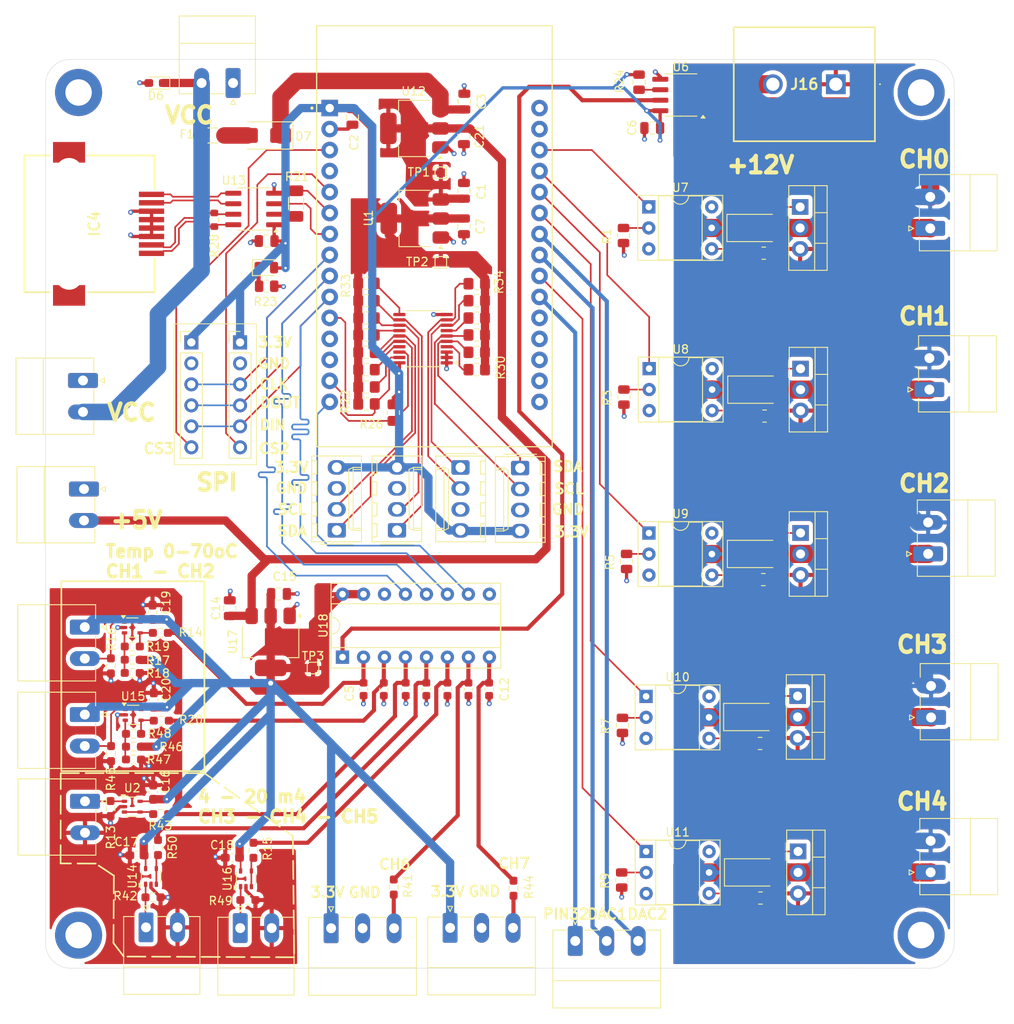
<source format=kicad_pcb>
(kicad_pcb (version 20240108) (generator "pcbnew") (generator_version "8.0")
  (title_block (title "BioReactify Master") (rev "400") (comment 1 "Controller & Measurement Board") (comment 2 "Alexis Saldivar"))
  (layers (0 "F.Cu" signal) (1 "In1.Cu" signal) (2 "In2.Cu" signal) (31 "B.Cu" power) (34 "B.Paste" user) (35 "F.Paste" user) (36 "B.SilkS" user "B.Silkscreen") (37 "F.SilkS" user "F.Silkscreen") (38 "B.Mask" user) (39 "F.Mask" user) (44 "Edge.Cuts" user))
  (net 0 "")
  (net 1 "GND")
  (net 2 "+3.3V")
  (net 3 "+12V")
  (net 4 "/FETNEG0")
  (net 5 "/FETNEG1")
  (net 6 "/FETNEG2")
  (net 7 "/FETNEG3")
  (net 8 "/FETNEG4")
  (net 10 "/led_3v3")
  (net 11 "/12v_in")
  (net 12 "+5V")
  (net 17 "/CH0")
  (net 18 "/SPI_DOUT")
  (net 19 "/SPI_DIN")
  (net 20 "/CS2")
  (net 21 "/SPI_CLK")
  (net 22 "/CS3")
  (net 23 "/SCL")
  (net 24 "/SDA")
  (net 25 "/PQ0")
  (net 26 "/PQ1")
  (net 27 "/PQ2")
  (net 28 "/PQ3")
  (net 29 "/PQ4")
  (net 30 "/DAC2")
  (net 31 "/SQ0")
  (net 32 "/SQ1")
  (net 33 "/SQ2")
  (net 34 "/SQ3")
  (net 35 "/SQ4")
  (net 36 "/DAC1")
  (net 37 "Net-(U6-FAULT)")
  (net 38 "/CS0")
  (net 39 "/CS1")
  (net 41 "/Q1")
  (net 42 "/Q3")
  (net 44 "/Q4")
  (net 48 "/Q0")
  (net 50 "/Q2")
  (net 62 "/adc0/TCH1")
  (net 63 "/TX_P")
  (net 64 "/TX_N")
  (net 65 "/RX_N")
  (net 66 "/RX_P")
  (net 69 "/TX2")
  (net 70 "/RX2")
  (net 71 "/R0")
  (net 72 "/i2c/SC0")
  (net 73 "/i2c/SD0")
  (net 74 "/i2c/SC1")
  (net 75 "/i2c/SD1")
  (net 76 "/i2c/SC2")
  (net 77 "/i2c/SD2")
  (net 78 "/i2c/SC3")
  (net 79 "/i2c/SD3")
  (net 80 "/i2c/INT0")
  (net 81 "/i2c/INT2")
  (net 82 "/i2c/INT1")
  (net 83 "/i2c/INT3")
  (net 84 "Net-(U3-~{INT})")
  (net 85 "/adc0/ICH5")
  (net 86 "/adc0/TCH2")
  (net 87 "/adc0/ICH4")
  (net 88 "Net-(U4--)")
  (net 89 "/adc0/CH1")
  (net 90 "/adc0/CH5")
  (net 91 "/adc0/CH2")
  (net 92 "/adc0/CH6")
  (net 93 "/adc0/CH3")
  (net 94 "/adc0/CH7")
  (net 95 "/adc0/CH4")
  (net 96 "+3.3VADC")
  (net 97 "/adc0/IN1")
  (net 98 "/adc0/IN2")
  (net 99 "/adc0/IN3")
  (net 100 "/adc0/IN4")
  (net 101 "/adc0/IN5")
  (net 102 "/adc0/IN6")
  (net 103 "/adc0/IN7")
  (net 104 "/adc0/ICH3")
  (net 105 "Net-(U15--)")
  (net 106 "/Vcc_protected")
  (net 107 "VCC")
  (net 108 "Net-(D7-A)")
  (net 109 "GNDPWR")
  (net 110 "/PIN32")
  (footprint "Resistor_SMD:R_0805_2012Metric_Pad1.20x1.40mm_HandSolder" (layer "F.Cu") (at 152.15 81.3 180)
    (property "Reference" "R36" (hide yes))
    (property "Value" "10K")
  )
  (footprint "Package_TO_SOT_SMD:SOT-353_SC-70-5" (layer "F.Cu") (at 110.55 129.3375)
    (property "Reference" "U15")
    (property "Value" "TLV9001IDCK")
  )
  (footprint "Connector_Phoenix_MC:PhoenixContact_MC_1,5_2-G-3.81_1x02_P3.81mm_Horizontal" (layer "F.Cu") (at 207.15 129.65 90)
    (property "Reference" "J21" (hide yes))
    (property "Value" "Conn_01x02")
  )
  (footprint "Resistor_SMD:R_0603_1608Metric_Pad0.98x0.95mm_HandSolder" (layer "F.Cu") (at 113.5625 145.395 -90)
    (property "Reference" "R50")
    (property "Value" "1K")
  )
  (footprint "Resistor_SMD:R_0603_1608Metric_Pad0.98x0.95mm_HandSolder" (layer "F.Cu") (at 110.45 124.2625 180)
    (property "Reference" "R18")
    (property "Value" "4.1K")
  )
  (footprint "Resistor_SMD:R_0805_2012Metric" (layer "F.Cu") (at 186.45 132.8)
    (property "Reference" "R8" (hide yes))
    (property "Value" "470" (hide yes))
  )
  (footprint "Resistor_SMD:R_0603_1608Metric_Pad0.98x0.95mm_HandSolder" (layer "F.Cu") (at 110.6 134.7375 180)
    (property "Reference" "R47")
    (property "Value" "4.1K")
  )
  (footprint "Connector_Molex:Molex_KK-254_AE-6410-04A_1x04_P2.54mm_Vertical" (layer "F.Cu") (at 135.2 107 90)
    (property "Reference" "J14" (hide yes))
    (property "Value" "Conn_01x04_Pin")
  )
  (footprint "Connector_Phoenix_MC:PhoenixContact_MC_1,5_2-G-3.81_1x02_P3.81mm_Horizontal" (layer "F.Cu") (at 112.1125 155.0625)
    (property "Reference" "J2" (hide yes))
    (property "Value" "Conn_01x02")
  )
  (footprint "Package_TO_SOT_THT:TO-220-3_Vertical" (layer "F.Cu") (at 191 127.06 -90)
    (property "Reference" "Q4" (hide yes))
    (property "Value" "IRLZ44N" (hide yes))
  )
  (footprint "Diode_SMD:D_SMA" (layer "F.Cu") (at 186 109.86)
    (property "Reference" "D3" (hide yes))
    (property "Value" "50V 5A" (hide yes))
  )
  (footprint "Package_TO_SOT_SMD:SOT-353_SC-70-5" (layer "F.Cu") (at 110.45 118.7625)
    (property "Reference" "U4" (hide yes))
    (property "Value" "TLV9001IDCK")
  )
  (footprint "Connector_Phoenix_MC:PhoenixContact_MC_1,5_2-G-3.81_1x02_P3.81mm_Horizontal" (layer "F.Cu") (at 207.05 70.45 90)
    (property "Reference" "J18" (hide yes))
    (property "Value" "Conn_01x02")
  )
  (footprint "Resistor_SMD:R_0805_2012Metric" (layer "F.Cu") (at 186.5 151.51)
    (property "Reference" "R10" (hide yes))
    (property "Value" "470" (hide yes))
  )
  (footprint "Resistor_SMD:R_0805_2012Metric" (layer "F.Cu") (at 169.965 90.87 -90)
    (property "Reference" "R3")
    (property "Value" "100" (hide yes))
  )
  (footprint "Resistor_SMD:R_0805_2012Metric_Pad1.20x1.40mm_HandSolder" (layer "F.Cu") (at 152.15 83.35 180)
    (property "Reference" "R27" (hide yes))
    (property "Value" "10K")
  )
  (footprint "Resistor_SMD:R_0805_2012Metric" (layer "F.Cu") (at 186.85 112.96)
    (property "Reference" "R6" (hide yes))
    (property "Value" "470" (hide yes))
  )
  (footprint "MountingHole:MountingHole_3.2mm_M3_ISO7380_Pad" (layer "F.Cu") (at 103.95 54)
    (property "Reference" "H2" (hide yes))
    (property "Value" "MountingHole_Pad" (hide yes))
  )
  (footprint "Resistor_SMD:R_0805_2012Metric_Pad1.20x1.40mm_HandSolder" (layer "F.Cu") (at 152.15 85.45 180)
    (property "Reference" "R29" (hide yes))
    (property "Value" "10K")
  )
  (footprint "Connector_Phoenix_MC:PhoenixContact_MC_1,5_2-G-3.81_1x02_P3.81mm_Horizontal" (layer "F.Cu") (at 104.7 129.3 -90)
    (property "Reference" "J5" (hide yes))
    (property "Value" "Conn_01x02")
  )
  (footprint "SamacSys_Parts:KF25C7622P" (layer "F.Cu") (at 195.62 53 180)
    (property "Reference" "J16")
    (property "Value" "KF25C-7.62-2P" (hide yes))
  )
  (footprint "Resistor_SMD:R_0603_1608Metric_Pad0.98x0.95mm_HandSolder" (layer "F.Cu") (at 107.82 140.68 90)
    (property "Reference" "R13")
    (property "Value" "150")
  )
  (footprint "Resistor_SMD:R_0603_1608Metric_Pad0.98x0.95mm_HandSolder" (layer "F.Cu") (at 113.9625 130.04 180)
    (property "Reference" "R20")
    (property "Value" "1K")
  )
  (footprint "Resistor_SMD:R_0805_2012Metric_Pad1.20x1.40mm_HandSolder" (layer "F.Cu") (at 152.15 87.55 180)
    (property "Reference" "R30")
    (property "Value" "10K")
  )
  (footprint "Capacitor_SMD:C_0603_1608Metric" (layer "F.Cu") (at 148.6 126.2375 -90)
    (property "Reference" "C8" (hide yes))
    (property "Value" "0.047uf")
  )
  (footprint "Capacitor_SMD:C_0805_2012Metric" (layer "F.Cu") (at 126.72 71.98 180)
    (property "Reference" "C4" (hide yes))
    (property "Value" "10uF" (hide yes))
  )
  (footprint "Capacitor_SMD:C_0603_1608Metric" (layer "F.Cu") (at 153.65 126.2375 -90)
    (property "Reference" "C12")
    (property "Value" "0.047uf")
  )
  (footprint "Resistor_SMD:R_0603_1608Metric_Pad0.98x0.95mm_HandSolder" (layer "F.Cu") (at 113.85 119.415 180)
    (property "Reference" "R14")
    (property "Value" "1K")
  )
  (footprint "Resistor_SMD:R_0603_1608Metric_Pad0.98x0.95mm_HandSolder" (layer "F.Cu") (at 107.86 123.41 90)
    (property "Reference" "R16")
    (property "Value" "7.8K")
  )
  (footprint "Resistor_SMD:R_0805_2012Metric" (layer "F.Cu") (at 171.8 52.75 -90)
    (property "Reference" "R24")
    (property "Value" "10K" (hide yes))
  )
  (footprint "Connector_Phoenix_MC:PhoenixContact_MC_1,5_3-G-3.81_1x03_P3.81mm_Horizontal" (layer "F.Cu") (at 148.925 155.125)
    (property "Reference" "J7" (hide yes))
    (property "Value" "Conn_01x03")
  )
  (footprint "Connector_Molex:Molex_KK-254_AE-6410-04A_1x04_P2.54mm_Vertical" (layer "F.Cu") (at 150.18 99.39 -90)
    (property "Reference" "J12" (hide yes))
    (property "Value" "Conn_01x04_Pin")
  )
  (footprint "MountingHole:MountingHole_3.2mm_M3_ISO7380_Pad" (layer "F.Cu") (at 103.95 156)
    (property "Reference" "H1" (hide yes))
    (property "Value" "MountingHole_Pad" (hide yes))
  )
  (footprint "Resistor_SMD:R_0603_1608Metric_Pad0.98x0.95mm_HandSolder" (layer "F.Cu") (at 142.105 150.18 -90)
    (property "Reference" "R41")
    (property "Value" "1K")
  )
  (footprint "Resistor_SMD:R_0805_2012Metric" (layer "F.Cu") (at 170.29 110.765 -90)
    (property "Reference" "R5")
    (property "Value" "100" (hide yes))
  )
  (footprint "Resistor_SMD:R_0805_2012Metric_Pad1.20x1.40mm_HandSolder" (layer "F.Cu") (at 138.8 79.2)
    (property "Reference" "R32" (hide yes))
    (property "Value" "10K")
  )
  (footprint "Resistor_SMD:R_0805_2012Metric_Pad1.20x1.40mm_HandSolder" (layer "F.Cu") (at 138.8 91.7)
    (property "Reference" "R22")
    (property "Value" "10K")
  )
  (footprint "Resistor_SMD:R_0805_2012Metric_Pad1.20x1.40mm_HandSolder" (layer "F.Cu") (at 152.15 77.15 180)
    (property "Reference" "R34")
    (property "Value" "10K")
  )
  (footprint "TestPoint:TestPoint_Pad_1.0x1.0mm" (layer "F.Cu") (at 147.8 74.55)
    (property "Reference" "TP2")
    (property "Value" "TestPoint")
  )
  (footprint "Package_DIP:DIP-6_W7.62mm_Socket" (layer "F.Cu") (at 173.025 87.42)
    (property "Reference" "U8")
    (property "Value" "4N25")
  )
  (footprint "Package_TO_SOT_THT:TO-220-3_Vertical" (layer "F.Cu") (at 191.35 107.32 -90)
    (property "Reference" "Q3" (hide yes))
    (property "Value" "IRLZ44N" (hide yes))
  )
  (footprint "Package_TO_SOT_SMD:SOT-353_SC-70-5" (layer "F.Cu") (at 112.7125 148.895 90)
    (property "Reference" "U14")
    (property "Value" "TLV9001IDCK")
  )
  (footprint "Connector_PinHeader_2.54mm:PinHeader_1x06_P2.54mm_Vertical" (layer "F.Cu") (at 123.5 84.25)
    (property "Reference" "J9" (hide yes))
    (property "Value" "Conn_01x06_Pin" (hide yes))
  )
  (footprint "Package_TO_SOT_SMD:SOT-353_SC-70-5" (layer "F.Cu") (at 124.215 149.1825 90)
    (property "Reference" "U16")
    (property "Value" "TLV9001IDCK")
  )
  (footprint "Resistor_SMD:R_0805_2012Metric_Pad1.20x1.40mm_HandSolder" (layer "F.Cu") (at 138.8 89.65)
    (property "Reference" "R40" (hide yes))
    (property "Value" "10K")
  )
  (footprint "Resistor_SMD:R_0805_2012Metric_Pad1.20x1.40mm_HandSolder" (layer "F.Cu") (at 152.15 79.2 180)
    (property "Reference" "R35" (hide yes))
    (property "Value" "10K")
  )
  (footprint "Capacitor_SMD:C_0805_2012Metric" (layer "F.Cu") (at 150.6 65.9 90)
    (property "Reference" "C1")
    (property "Value" "100nF" (hide yes))
  )
  (footprint "Capacitor_SMD:C_0603_1608Metric" (layer "F.Cu") (at 151.15 126.2375 -90)
    (property "Reference" "C10" (hide yes))
    (property "Value" "0.047uf")
  )
  (footprint "Connector_Phoenix_MC:PhoenixContact_MC_1,5_2-G-3.81_1x02_P3.81mm_Horizontal" (layer "F.Cu") (at 206.8 109.85 90)
    (property "Reference" "J20" (hide yes))
    (property "Value" "Conn_01x02")
  )
  (footprint "Package_SO:SOIC-8_3.9x4.9mm_P1.27mm" (layer "F.Cu") (at 176.85 54.3 180)
    (property "Reference" "U6")
    (property "Value" "ACS712xLCBTR-030B3" (hide yes))
  )
  (footprint "Resistor_SMD:R_0805_2012Metric" (layer "F.Cu") (at 169.79 130.6125 -90)
    (property "Reference" "R7")
    (property "Value" "100" (hide yes))
  )
  (footprint "Package_DIP:DIP-6_W7.62mm_Socket" (layer "F.Cu") (at 172.975 67.85)
    (property "Reference" "U7")
    (property "Value" "4N25")
  )
  (footprint "Resistor_SMD:R_0805_2012Metric_Pad1.20x1.40mm_HandSolder" (layer "F.Cu") (at 138.8 87.55)
    (property "Reference" "R37" (hide yes))
    (property "Value" "10K")
  )
  (footprint "Capacitor_SMD:C_0805_2012Metric" (layer "F.Cu") (at 150.65 55.1 90)
    (property "Reference" "C3")
    (property "Value" "100nF")
  )
  (footprint "Package_TO_SOT_THT:TO-220-3_Vertical" (layer "F.Cu") (at 191.3 67.86 -90)
    (property "Reference" "Q1" (hide yes))
    (property "Value" "IRLZ44N" (hide yes))
  )
  (footprint "Connector_Phoenix_MC:PhoenixContact_MC_1,5_2-G-3.81_1x02_P3.81mm_Horizontal" (layer "F.Cu") (at 207.1 148.4 90)
    (property "Reference" "J22" (hide yes))
    (property "Value" "Conn_01x02")
  )
  (footprint "Capacitor_SMD:C_0603_1608Metric" (layer "F.Cu") (at 146.05 126.2375 -90)
    (property "Reference" "C13" (hide yes))
    (property "Value" "0.047uf")
  )
  (footprint "Connector_Phoenix_MC:PhoenixContact_MC_1,5_2-G-3.81_1x02_P3.81mm_Horizontal" (layer "F.Cu") (at 123.515 155.15)
    (property "Reference" "J3" (hide yes))
    (property "Value" "Conn_01x02")
  )
  (footprint "Package_DIP:DIP-6_W7.62mm_Socket" (layer "F.Cu") (at 172.65 127.1)
    (property "Reference" "U10")
    (property "Value" "4N25")
  )
  (footprint "Capacitor_SMD:C_0603_1608Metric_Pad1.08x0.95mm_HandSolder" (layer "F.Cu") (at 113.05 127.54 90)
    (property "Reference" "C20")
    (property "Value" "0.1uF")
  )
  (footprint "Connector_Phoenix_MC:PhoenixContact_MC_1,5_3-G-3.81_1x03_P3.81mm_Horizontal" (layer "F.Cu") (at 164.075 156.7075)
    (property "Reference" "J24" (hide yes))
    (property "Value" "Conn_01x03")
  )
  (footprint "Package_TO_SOT_SMD:SOT-223-3_TabPin2" (layer "F.Cu") (at 144.65 69.25 180)
    (property "Reference" "U1")
    (property "Value" "LD1117S33TR_SOT223" (hide yes))
  )
  (footprint "Fuse:Fuse_1206_3216Metric" (layer "F.Cu") (at 120.2 59.2)
    (property "Reference" "F1")
    (property "Value" "13.2V 3A" (hide yes))
  )
  (footprint "Resistor_SMD:R_0805_2012Metric" (layer "F.Cu") (at 126.72 77.45 180)
    (property "Reference" "R23")
    (property "Value" "100" (hide yes))
  )
  (footprint "Package_DIP:DIP-6_W7.62mm_Socket" (layer "F.Cu") (at 172.66 145.88)
    (property "Reference" "U11")
    (property "Value" "4N25")
  )
  (footprint "Capacitor_SMD:C_0603_1608Metric_Pad1.08x0.95mm_HandSolder" (layer "F.Cu") (at 111.0125 146.345 180)
    (property "Reference" "C17")
    (property "Value" "0.1uF")
  )
  (footprint "Connector_Phoenix_MC:PhoenixContact_MC_1,5_2-G-3.81_1x02_P3.81mm_Horizontal" (layer "F.Cu") (at 104.725 139.8 -90)
    (property "Reference" "J1" (hide yes))
    (property "Value" "Conn_01x02")
  )
  (footprint "Resistor_SMD:R_0603_1608Metric_Pad0.98x0.95mm_HandSolder" (layer "F.Cu") (at 125.115 145.7325 -90)
    (property "Reference" "R15")
    (property "Value" "1K")
  )
  (footprint "Diode_SMD:D_SMA" (layer "F.Cu") (at 126.4 59.2 180)
    (property "Reference" "D7")
    (property "Value" "B340A-13-F")
  )
  (footprint "Resistor_SMD:R_0805_2012Metric_Pad1.20x1.40mm_HandSolder" (layer "F.Cu") (at 142.05 92.75 -90)
    (property "Reference" "R26")
    (property "Value" "10K")
  )
  (footprint "Package_TO_SOT_THT:TO-220-3_Vertical" (layer "F.Cu") (at 191.35 87.43 -90)
    (property "Reference" "Q2" (hide yes))
    (property "Value" "IRLZ44N" (hide yes))
  )
  (footprint "Capacitor_SMD:C_0805_2012Metric" (layer "F.Cu") (at 137.1 56.95 -90)
    (property "Reference" "C2")
    (property "Value" "10uF" (hide yes))
  )
  (footprint "Package_SO:SOIC-8_3.9x4.9mm_P1.27mm" (layer "F.Cu") (at 125.15 68.1 180)
    (property "Reference" "U13")
    (property "Value" "MAX3490xSA")
  )
  (footprint "Connector_Phoenix_MC:PhoenixContact_MC_1,5_3-G-3.81_1x03_P3.81mm_Horizontal" (layer "F.Cu") (at 134.52 155.1675)
    (property "Reference" "J6" (hide yes))
    (property "Value" "Conn_01x03")
  )
  (footprint "Resistor_SMD:R_0603_1608Metric_Pad0.98x0.95mm_HandSolder" (layer "F.Cu") (at 110.45 122.6625)
    (property "Reference" "R17")
    (property "Value" "4.1K")
  )
  (footprint "Diode_SMD:D_0603_1608Metric_Pad1.05x0.95mm_HandSolder" (layer "F.Cu") (at 113.325 52.85 180)
    (property "Reference" "D6")
    (property "Value" "VS12VBA1HS")
  )
  (footprint "Connector_Phoenix_MC:PhoenixContact_MC_1,5_2-G-3.81_1x02_P3.81mm_Horizontal" (layer "F.Cu") (at 104.6 102 -90)
    (property "Reference" "J23" (hide yes))
    (property "Value" "Conn_01x02")
  )
  (footprint "Capacitor_SMD:C_0603_1608Metric" (layer "F.Cu") (at 140.9 126.2375 -90)
    (property "Reference" "C9" (hide yes))
    (property "Value" "0.047uf")
  )
  (footprint "Connector_PinHeader_2.54mm:PinHeader_1x06_P2.54mm_Vertical" (layer "F.Cu") (at 117.6 84.25)
    (property "Reference" "J10" (hide yes))
    (property "Value" "Conn_01x06_Pin" (hide yes))
  )
  (footprint "Resistor_SMD:R_0805_2012Metric" (layer "F.Cu") (at 187 93.17)
    (property "Reference" "R4" (hide yes))
    (property "Value" "470" (hide yes))
  )
  (footprint "Capacitor_SMD:C_0805_2012Metric" (layer "F.Cu") (at 150.6 70.2 -90)
    (property "Reference" "C7")
    (property "Value" "10uF" (hide yes))
  )
  (footprint "Diode_SMD:D_SMA" (layer "F.Cu") (at 185.65 148.41)
    (property "Reference" "D5" (hide yes))
    (property "Value" "50V 5A" (hide yes))
  )
  (footprint "other:MODULE_ESP32_DEVKIT_V1" (layer "F.Cu") (at 147.05 71.4)
    (property "Reference" "U5" (hide yes))
    (property "Value" "ESP32-DEVKIT-V1" (hide yes))
  )
  (footprint "Resistor_SMD:R_0603_1608Metric_Pad0.98x0.95mm_HandSolder" (layer "F.Cu") (at 110.6 131.6375)
    (property "Reference" "R48")
    (property "Value" "1.5K")
  )
  (footprint "Connector_Phoenix_MC:PhoenixContact_MC_1,5_2-G-3.81_1x02_P3.81mm_Horizontal" (layer "F.Cu") (at 104.7 118.715 -90)
    (property "Reference" "J4" (hide yes))
    (property "Value" "Conn_01x02")
  )
  (footprint "Resistor_SMD:R_0805_2012Metric_Pad1.20x1.40mm_HandSolder" (layer "F.Cu") (at 138.8 81.3)
    (property "Reference" "R31" (hide yes))
    (property "Value" "10K")
  )
  (footprint "Capacitor_SMD:C_0805_2012Metric" (layer "F.Cu") (at 150.6 59.3 -90)
    (property "Reference" "C21")
    (property "Value" "10uF")
  )
  (footprint "TestPoint:TestPoint_Pad_1.0x1.0mm" (layer "F.Cu") (at 147.8 63.7)
    (property "Reference" "TP1")
    (property "Value" "TestPoint")
  )
  (footprint "Package_DIP:DIP-6_W7.62mm_Socket" (layer "F.Cu") (at 173 107.335)
    (property "Reference" "U9")
    (property "Value" "4N25")
  )
  (footprint "Package_SO:TSSOP-20_4.4x6.5mm_P0.65mm" (layer "F.Cu") (at 145.65 83.8 180)
    (property "Reference" "U3" (hide yes))
    (property "Value" "TCA9544A")
  )
  (footprint "MountingHole:MountingHole_3.2mm_M3_ISO7380_Pad" (layer "F.Cu") (at 205.95 156)
    (property "Reference" "H4" (hide yes))
    (property "Value" "MountingHole_Pad" (hide yes))
  )
  (footprint "Capacitor_SMD:C_0805_2012Metric" (layer "F.Cu") (at 173.4 58.3 180)
    (property "Reference" "C6")
    (property "Value" "10uF" (hide yes))
  )
  (footprint "Resistor_SMD:R_1206_3216Metric_Pad1.30x1.75mm_HandSolder" (layer "F.Cu") (at 130.275 67.445 -90)
    (property "Reference" "R21")
    (property "Value" "0")
  )
  (footprint "Resistor_SMD:R_0805_2012Metric_Pad1.20x1.40mm_HandSolder" (layer "F.Cu") (at 138.8 77.1)
    (property "Reference" "R33")
    (property "Value" "10K")
  )
  (footprint "Connector_Phoenix_MC:PhoenixContact_MC_1,5_2-G-3.81_1x02_P3.81mm_Horizontal" (layer "F.Cu") (at 206.95 89.96 90)
    (property "Reference" "J19" (hide yes))
    (property "Value" "Conn_01x02")
  )
  (footprint "Resistor_SMD:R_0603_1608Metric_Pad0.98x0.95mm_HandSolder" (layer "F.Cu") (at 124.45 151.75 180)
    (property "Reference" "R49")
    (property "Value" "150")
  )
  (footprint "Capacitor_SMD:C_0805_2012Metric" (layer "F.Cu") (at 128.21 114.7)
    (property "Reference" "C15")
    (property "Value" "10uF")
  )
  (footprint "Capacitor_SMD:C_0603_1608Metric" (layer "F.Cu") (at 143.55 126.2375 -90)
    (property "Reference" "C11" (hide yes))
    (property "Value" "0.047uf")
  )
  (footprint "Package_TO_SOT_SMD:SOT-353_SC-70-5" (layer "F.Cu") (at 110.4425 140.45)
    (property "Reference" "U2")
    (property "Value" "TLV9001IDCK")
  )
  (footprint "Diode_SMD:D_SMA" (layer "F.Cu") (at 185.55 129.6)
    (property "Reference" "D4" (hide yes))
    (property "Value" "50V 5A" (hide yes))
  )
  (footprint "Package_TO_SOT_THT:TO-220-3_Vertical" (layer "F.Cu") (at 191.05 145.87 -90)
    (property "Reference" "Q5" (hide yes))
    (property "Value" "IRLZ44N" (hide yes))
  )
  (footprint "Package_DIP:DIP-16_W7.62mm_Socket" (layer "F.Cu") (at 135.9 122.35 90)
    (property "Reference" "U18")
    (property "Value" "MCP3208")
  )
  (footprint "Connector_Phoenix_MC:PhoenixContact_MC_1,5_2-G-3.81_1x02_P3.81mm_Horizontal" (layer "F.Cu") (at 122.65 52.85 180)
    (property "Reference" "J8" (hide yes))
    (property "Value" "Conn_01x02")
  )
  (footprint "Resistor_SMD:R_0805_2012Metric_Pad1.20x1.40mm_HandSolder" (layer "F.Cu") (at 138.8 83.35)
    (property "Reference" "R39" (hide yes))
    (property "Value" "10K")
  )
  (footprint "Capacitor_SMD:C_0805_2012Metric" (layer "F.Cu") (at 122.25 116.42 90)
    (property "Reference" "C14")
    (property "Value" "100nF")
  )
  (footprint "Package_TO_SOT_SMD:SOT-223-3_TabPin2" (layer "F.Cu") (at 144.6 58.35 180)
    (property "Reference" "U12")
    (property "Value" "LD1117S50TR_SOT223")
  )
  (footprint "Capacitor_SMD:C_0603_1608Metric_Pad1.08x0.95mm_HandSolder" (layer "F.Cu") (at 112.9 116.915 90)
    (property "Reference" "C19")
    (property "Value" "0.1uF")
  )
  (footprint "Resistor_SMD:R_0805_2012Metric_Pad1.20x1.40mm_HandSolder" (layer "F.Cu") (at 138.8 85.45)
    (property "Reference" "R38" (hide yes))
    (property "Value" "10K")
  )
  (footprint "Capacitor_SMD:C_0603_1608Metric_Pad1.08x0.95mm_HandSolder" (layer "F.Cu") (at 122.565 146.6325 180)
    (property "Reference" "C18")
    (property "Value" "0.1uF")
  )
  (footprint "TestPoint:TestPoint_Pad_1.0x1.0mm" (layer "F.Cu") (at 132.33 123.67)
    (property "Reference" "TP3")
    (property "Value" "TestPoint")
  )
  (footprint "Resistor_SMD:R_0805_2012Metric" (layer "F.Cu") (at 186.9 73.45)
    (property "Reference" "R2" (hide yes))
    (property "Value" "470" (hide yes))
  )
  (footprint "Resistor_SMD:R_0603_1608Metric_Pad0.98x0.95mm_HandSolder" (layer "F.Cu") (at 112.96 151.42 180)
    (property "Reference" "R42")
    (property "Value" "150")
  )
  (footprint "Resistor_SMD:R_0805_2012Metric" (layer "F.Cu") (at 169.7 149.33 -90)
    (property "Reference" "R9")
    (property "Value" "100" (hide yes))
  )
  (footprint "MountingHole:MountingHole_3.2mm_M3_ISO7380_Pad" (layer "F.Cu") (at 205.95 54)
    (property "Reference" "H3" (hide yes))
    (property "Value" "MountingHole_Pad" (hide yes))
  )
  (footprint "Package_TO_SOT_SMD:SOT-223-3_TabPin2" (layer "F.Cu") (at 127.2 120.5 -90)
    (property "Reference" "U17")
    (property "Value" "LD1117S33TR_SOT223")
  )
  (footprint "Resistor_SMD:R_0603_1608Metric" (layer "F.Cu") (at 120.375 69.4075 90)
    (property "Reference" "R28")
    (property "Value" "120")
  )
  (footprint "Resistor_SMD:R_0603_1608Metric_Pad0.98x0.95mm_HandSolder" (layer "F.Cu") (at 107.88 134.03 90)
    (property "Reference" "R45")
    (property "Value" "7.8K")
  )
  (footprint "Connector_Molex:Molex_KK-254_AE-6410-04A_1x04_P2.54mm_Vertical" (layer "F.Cu") (at 157.4 99.46 -90)
    (property "Reference" "J11" (hide yes))
    (property "Value" "Conn_01x04_Pin")
  )
  (footprint "Capacitor_SMD:C_0603_1608Metric_Pad1.08x0.95mm_HandSolder" (layer "F.Cu") (at 112.98 138.7 90)
    (property "Reference" "C16")
    (property "Value" "0.1uF")
  )
  (footprint "Diode_SMD:D_SMA" (layer "F.Cu") (at 185.95 70.4)
    (property "Reference" "D1" (hide yes))
    (property "Value" "50V 5A" (hide yes))
  )
  (footprint "Resistor_SMD:R_0603_1608Metric_Pad0.98x0.95mm_HandSolder" (layer "F.Cu") (at 113.8925 141.35 180)
    (property "Reference" "R43")
    (property "Value" "1K")
  )
  (footprint "SamacSys_Parts:MJ5688B111HR1C" (layer "F.Cu") (at 105.2725 69.9 -90)
    (property "Reference" "IC4")
    (property "Value" "MJ5688-B111-HR1-C" (hide yes))
  )
  (footprint "Resistor_SMD:R_0603_1608Metric_Pad0.98x0.95mm_HandSolder" (layer "F.Cu") (at 110.45 121.0625)
    (property "Reference" "R19")
    (property "Value" "1.5K")
  )
  (footprint "Diode_SMD:D_SMA" (layer "F.Cu") (at 186.05 89.97)
    (property "Reference" "D2" (hide yes))
    (property "Value" "50V 5A" (hide yes))
  )
  (footprint "Connector_Molex:Molex_KK-254_AE-6410-04A_1x04_P2.54mm_Vertical" (layer "F.Cu") (at 142.5 107 90)
    (property "Reference" "J13" (hide yes))
    (property "Value" "Conn_01x04_Pin")
  )
  (footprint "Connector_Phoenix_MC:PhoenixContact_MC_1,5_2-G-3.81_1x02_P3.81mm_Horizontal" (layer "F.Cu") (at 104.4825 88.86 -90)
    (property "Reference" "J17" (hide yes))
    (property "Value" "Conn_01x02")
  )
  (footprint "Capacitor_SMD:C_0603_1608Metric" (layer "F.Cu") (at 138.45 126.2375 -90)
    (property "Reference" "C5")
    (property "Value" "0.047uf")
  )
  (footprint "Resistor_SMD:R_0603_1608Metric_Pad0.98x0.95mm_HandSolder" (layer "F.Cu") (at 110.6 133.1875)
    (property "Reference" "R46")
    (property "Value" "4.1K")
  )
  (footprint "Resistor_SMD:R_0805_2012Metric" (layer "F.Cu") (at 169.915 71.3125 -90)
    (property "Reference" "R1")
    (property "Value" "100" (hide yes))
  )
  (footprint "Resistor_SMD:R_0603_1608Metric_Pad0.98x0.95mm_HandSolder" (layer "F.Cu") (at 156.6 150.325 -90)
    (property "Reference" "R44")
    (property "Value" "1K")
  )
  (footprint "LED_SMD:LED_0805_2012Metric" (layer "F.Cu") (at 126.675 75.2)
    (property "Reference" "D9" (hide yes))
    (property "Value" "LED" (hide yes))
  )
  (gr_rect (start 101.86 113.17) (end 119.18 136.14) (stroke (width 0.2)) (fill none) (layer "F.SilkS"))
  (gr_poly (pts (xy 101.79 136.39) (xy 119.18 136.39) (xy 129.89 144.01) (xy 130.045 158.68) (xy 109.4125 158.5925) (xy 108.17 156.95) (xy 108.22 148.8) (xy 106.02 147.34) (xy 101.77 147.32)) (stroke (width 0.2) (type dash)) (fill none) (layer "F.SilkS"))
  (gr_rect (start 115.52 82) (end 125.48 99.06) (stroke (width 0.1)) (fill none) (layer "F.SilkS"))
  (gr_line (start 112.95 50) (end 206.95 50) (stroke (width 0.05)) (layer "Edge.Cuts"))
  (gr_line (start 99.95 147) (end 99.95 53) (stroke (width 0.05)) (layer "Edge.Cuts"))
  (gr_line (start 99.95 147) (end 99.95 157) (stroke (width 0.05)) (layer "Edge.Cuts"))
  (gr_line (start 196.95 160) (end 102.95 160) (stroke (width 0.05)) (layer "Edge.Cuts"))
  (gr_arc (start 209.95 157) (mid 209.07132 159.12132) (end 206.95 160) (stroke (width 0.05)) (layer "Edge.Cuts"))
  (gr_arc (start 102.95 160) (mid 100.82868 159.12132) (end 99.95 157) (stroke (width 0.05)) (layer "Edge.Cuts"))
  (gr_line (start 112.95 50) (end 102.95 50) (stroke (width 0.05)) (layer "Edge.Cuts"))
  (gr_line (start 196.95 160) (end 206.95 160) (stroke (width 0.05)) (layer "Edge.Cuts"))
  (gr_arc (start 99.95 53) (mid 100.82868 50.87868) (end 102.95 50) (stroke (width 0.05)) (layer "Edge.Cuts"))
  (gr_line (start 209.95 147) (end 209.95 157) (stroke (width 0.05)) (layer "Edge.Cuts"))
  (gr_arc (start 206.95 50) (mid 209.07132 50.87868) (end 209.95 53) (stroke (width 0.05)) (layer "Edge.Cuts"))
  (gr_line (start 209.95 53) (end 209.95 147) (stroke (width 0.05)) (layer "Edge.Cuts"))
  (gr_text "CH3" (at 202.75 122 0) (layer "F.SilkS") (effects (font (size 2 2) (thickness 0.5)) (justify left bottom)))
  (gr_text "SPI" (at 117.94 102.36 0) (layer "F.SilkS") (effects (font (size 2 2) (thickness 0.5) (bold yes)) (justify left bottom)))
  (gr_text "GND\n" (at 151.01 151.42 0) (layer "F.SilkS") (effects (font (size 1.25 1.25) (thickness 0.25) (bold yes)) (justify left bottom)))
  (gr_text "GND\n" (at 136.52 151.55 0) (layer "F.SilkS") (effects (font (size 1.25 1.25) (thickness 0.25) (bold yes)) (justify left bottom)))
  (gr_text "CH4" (at 202.75 141 0) (layer "F.SilkS") (effects (font (size 2 2) (thickness 0.5)) (justify left bottom)))
  (gr_text "3.3V" (at 146.44 151.47 0) (layer "F.SilkS") (effects (font (size 1.25 1.25) (thickness 0.25) (bold yes)) (justify left bottom)))
  (gr_text "CLK" (at 125.7 90.03 0) (layer "F.SilkS") (effects (font (size 1.25 1.25) (thickness 0.25) (bold yes)) (justify left bottom)))
  (gr_text "CS2" (at 125.67 97.84 0) (layer "F.SilkS") (effects (font (size 1.25 1.25) (thickness 0.25) (bold yes)) (justify left bottom)))
  (gr_text "CH7\n" (at 154.62 148.05 0) (layer "F.SilkS") (effects (font (size 1.25 1.25) (thickness 0.25) (bold yes)) (justify left bottom)))
  (gr_text "SCL\n" (at 127.89 105.21 0) (layer "F.SilkS") (effects (font (size 1.25 1.25) (thickness 0.25) (bold yes)) (justify left bottom)))
  (gr_text "CH2\n" (at 203 102.5 0) (layer "F.SilkS") (effects (font (size 2 2) (thickness 0.5)) (justify left bottom)))
  (gr_text "CS3\n" (at 111.68 97.84 0) (layer "F.SilkS") (effects (font (size 1.25 1.25) (thickness 0.25) (bold yes)) (justify left bottom)))
  (gr_text "SDA" (at 161.26 100.01 0) (layer "F.SilkS") (effects (font (size 1.25 1.25) (thickness 0.25) (bold yes)) (justify left bottom)))
  (gr_text "SDA" (at 127.89 107.81 0) (layer "F.SilkS") (effects (font (size 1.25 1.25) (thickness 0.25) (bold yes)) (justify left bottom)))
  (gr_text "3.3V" (at 125.54 84.97 0) (layer "F.SilkS") (effects (font (size 1.25 1.25) (thickness 0.25) (bold yes)) (justify left bottom)))
  (gr_text "+12V" (at 182.18 63.94 0) (layer "F.SilkS") (effects (font (size 2 2) (thickness 0.5) (bold yes)) (justify left bottom)))
  (gr_text "3.3V" (at 131.9 151.54 0) (layer "F.SilkS") (effects (font (size 1.25 1.25) (thickness 0.25) (bold yes)) (justify left bottom)))
  (gr_text "+5V\n" (at 107.61 106.93 0) (layer "F.SilkS") (effects (font (size 2 2) (thickness 0.5) (bold yes)) (justify left bottom)))
  (gr_text "SCL\n" (at 161.42 102.7 0) (layer "F.SilkS") (effects (font (size 1.25 1.25) (thickness 0.25) (bold yes)) (justify left bottom)))
  (gr_text "DOUT\n" (at 125.77 92.3 0) (layer "F.SilkS") (effects (font (size 1.25 1.25) (thickness 0.25) (bold yes)) (justify left bottom)))
  (gr_text "Temp 0-70oC\nCH1 - CH2" (at 107.02 112.84 0) (layer "F.SilkS") (effects (font (size 1.5 1.5) (thickness 0.375) (bold yes)) (justify left bottom)))
  (gr_text "VCC" (at 114.16 57.92 0) (layer "F.SilkS") (effects (font (size 2 2) (thickness 0.5) (bold yes)) (justify left bottom)))
  (gr_text "DIN\n" (at 125.7 94.98 0) (layer "F.SilkS") (effects (font (size 1.25 1.25) (thickness 0.25) (bold yes)) (justify left bottom)))
  (gr_text "4 - 20 m4\nCH3 - CH4 - CH5" (at 118.19 142.53 0) (layer "F.SilkS") (effects (font (size 1.5 1.5) (thickness 0.375) (bold yes)) (justify left bottom)))
  (gr_text "DAC2\n" (at 170.27 154.18 0) (layer "F.SilkS") (effects (font (size 1.25 1.25) (thickness 0.25) (bold yes)) (justify left bottom)))
  (gr_text "CH0" (at 203 63.25 0) (layer "F.SilkS") (effects (font (size 2 2) (thickness 0.5)) (justify left bottom)))
  (gr_text "GND\n" (at 125.53 87.56 0) (layer "F.SilkS") (effects (font (size 1.25 1.25) (thickness 0.25) (bold yes)) (justify left bottom)))
  (gr_text "DAC1\n" (at 165.39 154.18 0) (layer "F.SilkS") (effects (font (size 1.25 1.25) (thickness 0.25) (bold yes)) (justify left bottom)))
  (gr_text "3.3V" (at 161.47 107.93 0) (layer "F.SilkS") (effects (font (size 1.25 1.25) (thickness 0.25) (bold yes)) (justify left bottom)))
  (gr_text "VCC" (at 107.17 93.91 0) (layer "F.SilkS") (effects (font (size 2 2) (thickness 0.5) (bold yes)) (justify left bottom)))
  (gr_text "CH1\n" (at 203 82.25 0) (layer "F.SilkS") (effects (font (size 2 2) (thickness 0.5)) (justify left bottom)))
  (gr_text "GND\n" (at 161.11 105.2 0) (layer "F.SilkS") (effects (font (size 1.25 1.25) (thickness 0.25) (bold yes)) (justify left bottom)))
  (gr_text "CH6" (at 140.19 148.16 0) (layer "F.SilkS") (effects (font (size 1.25 1.25) (thickness 0.25) (bold yes)) (justify left bottom)))
  (gr_text "3.3V" (at 127.53 100.11 0) (layer "F.SilkS") (effects (font (size 1.25 1.25) (thickness 0.25) (bold yes)) (justify left bottom)))
  (gr_text "PIN32" (at 160.02 154.18 0) (layer "F.SilkS") (effects (font (size 1.25 1.25) (thickness 0.25) (bold yes)) (justify left bottom)))
  (gr_text "GND\n" (at 127.67 102.62 0) (layer "F.SilkS") (effects (font (size 1.25 1.25) (thickness 0.25) (bold yes)) (justify left bottom)))
  (segment (start 146.05 127.0125) (end 146.05 127.99) (width 0.4) (layer "F.Cu") (net 1))
  (segment (start 151.15 127.0125) (end 151.15 127.93) (width 0.4) (layer "F.Cu") (net 1))
  (segment (start 114.76 151.42) (end 114.77 151.43) (width 0.4) (layer "F.Cu") (net 1))
  (segment (start 110.43 71.43) (end 110.25 71.25) (width 0.4) (layer "F.Cu") (net 1))
  (segment (start 110.15 146.345) (end 109.095 146.345) (width 0.4) (layer "F.Cu") (net 1))
  (segment (start 112.7775 68.37) (end 112.7775 71.43) (width 0.4) (layer "F.Cu") (net 1))
  (segment (start 169.965 93.165) (end 170 93.2) (width 0.4) (layer "F.Cu") (net 1))
  (segment (start 125.77 71.98) (end 124.95 71.98) (width 0.4) (layer "F.Cu") (net 1))
  (segment (start 143.55 127.94) (end 143.57 127.96) (width 0.4) (layer "F.Cu") (net 1))
  (segment (start 170.29 111.6775) (end 170.29 113.09) (width 0.4) (layer "F.Cu") (net 1))
  (segment (start 151.15 127.93) (end 151.18 127.96) (width 0.4) (layer "F.Cu") (net 1))
  (segment (start 112.7775 71.43) (end 110.43 71.43) (width 0.4) (layer "F.Cu") (net 1))
  (segment (start 150.65 53.2) (end 150.63 53.18) (width 0.4) (layer "F.Cu") (net 1))
  (segment (start 107.86 124.3225) (end 107.86 125.23) (width 0.4) (layer "F.Cu") (net 1))
  (segment (start 129.5 116.86) (end 130.4 115.96) (width 0.4) (layer "F.Cu") (net 1))
  (segment (start 148.5125 86.725) (end 148.5125 87.4175) (width 0.4) (layer "F.Cu") (net 1))
  (segment (start 148.5125 80.875) (end 146.935 80.875) (width 0.4) (layer "F.Cu") (net 1))
  (segment (start 112.305 135.53) (end 111.5125 134.7375) (width 0.4) (layer "F.Cu") (net 1))
  (segment (start 148.5125 85.425) (end 148.5125 86.725) (width 0.4) (layer "F.Cu") (net 1))
  (segment (start 130.39 114.7) (end 130.42 114.67) (width 0.4) (layer "F.Cu") (net 1))
  (segment (start 169.915 72.225) (end 169.915 73.6) (width 0.4) (layer "F.Cu") (net 1))
  (segment (start 107.82 142.42) (end 107.81 142.43) (width 0.4) (layer "F.Cu") (net 1))
  (segment (start 146.05 127.99) (end 146.06 128) (width 0.4) (layer "F.Cu") (net 1))
  (segment (start 148.6 127.0125) (end 148.6 128.03) (width 0.4) (layer "F.Cu") (net 1))
  (segment (start 153.65 127.96) (end 153.67 127.98) (width 0.4) (layer "F.Cu") (net 1))
  (segment (start 121.7025 146.6325) (end 120.6325 146.6325) (width 0.4) (layer "F.Cu") (net 1))
  (segment (start 109.6 129.3375) (end 108.6625 129.3375) (width 0.4) (layer "F.Cu") (net 1))
  (segment (start 111.38 52.85) (end 111.35 52.82) (width 0.4) (layer "F.Cu") (net 1))
  (segment (start 138.45 127.0125) (end 138.45 127.98) (width 0.4) (layer "F.Cu") (net 1))
  (segment (start 150.65 54.15) (end 150.65 53.2) (width 0.4) (layer "F.Cu") (net 1))
  (segment (start 108.9625 140.45) (end 107.82 141.5925) (width 0.4) (layer "F.Cu") (net 1))
  (segment (start 148.6 128.03) (end 148.59 128.04) (width 0.4) (layer "F.Cu") (net 1))
  (segment (start 136.575 58.425) (end 137.1 57.9) (width 0.4) (layer "F.Cu") (net 1))
  (segment (start 148.66 60.65) (end 149.41 61.4) (width 0.4) (layer "F.Cu") (net 1))
  (segment (start 128.7 77.45) (end 128.75 77.5) (width 0.4) (layer "F.Cu") (net 1))
  (segment (start 146.935 80.875) (end 146.93 80.87) (width 0.4) (layer "F.Cu") (net 1))
  (segment (start 170.29 113.09) (end 170.3 113.1) (width 0.4) (layer "F.Cu") (net 1))
  (segment (start 150.6 60.25) (end 150.6 61.37) (width 0.4) (layer "F.Cu") (net 1))
  (segment (start 169.79 131.525) (end 169.79 132.79) (width 0.4) (layer "F.Cu") (net 1))
  (segment (start 127.6325 77.45) (end 128.7 77.45) (width 0.4) (layer "F.Cu") (net 1))
  (segment (start 107.82 141.5925) (end 107.82 142.42) (width 0.4) (layer "F.Cu") (net 1))
  (segment (start 124.95 71.98) (end 124.75 72.18) (width 0.4) (layer "F.Cu") (net 1))
  (segment (start 140.9 127.0125) (end 140.9 128) (width 0.4) (layer "F.Cu") (net 1))
  (segment (start 111.3625 125.1975) (end 111.35 125.21) (width 0.4) (layer "F.Cu") (net 1))
  (segment (start 148.8 71.55) (end 149.35 72.1) (width 0.4) (layer "F.Cu") (net 1))
  (segment (start 110.38 68.37) (end 110.25 68.5) (width 0.4) (layer "F.Cu") (net 1))
  (segment (start 111.8025 116.0525) (end 111.75 116) (width 0.4) (layer "F.Cu") (net 1))
  (segment (start 109.095 146.345) (end 109 146.25) (width 0.4) (layer "F.Cu") (net 1))
  (segment (start 174.375 52.115) (end 173.77 51.51) (width 0.4) (layer "F.Cu") (net 1))
  (segment (start 111.3625 124.2625) (end 111.3625 125.1975) (width 0.4) (layer "F.Cu") (net 1))
  (segment (start 108.69 118.7625) (end 109.5 118.7625) (width 0.4) (layer "F.Cu") (net 1))
  (segment (start 150.6 61.37) (end 150.58 61.39) (width 0.4) (layer "F.Cu") (net 1))
  (segment (start 169.79 132.79) (end 169.8 132.8) (width 0.4) (layer "F.Cu") (net 1))
  (segment (start 113.05 126.6775) (end 113.05 125.55) (width 0.4) (layer "F.Cu") (net 1))
  (segment (start 112.45 135.53) (end 112.305 135.53) (width 0.4) (layer "F.Cu") (net 1))
  (segment (start 127.625 65.165) (end 127.62 65.16) (width 0.4) (layer "F.Cu") (net 1))
  (segment (start 111.87 137.02) (end 112.1625 137.02) (width 0.4) (layer "F.Cu") (net 1))
  (segment (start 120.6325 146.6325) (end 120.5 146.5) (width 0.4) (layer "F.Cu") (net 1))
  (segment (start 150.6 71.15) (end 150.6 72.1) (width 0.4) (layer "F.Cu") (net 1))
  (segment (start 112.1625 137.02) (end 112.98 137.8375) (width 0.4) (layer "F.Cu") (net 1))
  (segment (start 112.7775 68.37) (end 110.38 68.37) (width 0.4) (layer "F.Cu") (net 1))
  (segment (start 147.8 71.55) (end 148.8 71.55) (width 0.4) (layer "F.Cu") (net 1))
  (segment (start 172.45 58.3) (end 172.45 59.64) (width 0.4) (layer "F.Cu") (net 1))
  (segment (start 134.35 58.425) (end 136.575 58.425) (width 0.4) (layer "F.Cu") (net 1))
  (segment (start 129.5 117.35) (end 129.5 116.86) (width 0.4) (layer "F.Cu") (net 1))
  (segment (start 122.25 115.47) (end 122.25 114.42) (width 0.4) (layer "F.Cu") (net 1))
  (segment (start 174.375 52.395) (end 174.375 52.115) (width 0.4) (layer "F.Cu") (net 1))
  (segment (start 143.55 127.0125) (end 143.55 127.94) (width 0.4) (layer "F.Cu") (net 1))
  (segment (start 113.8725 151.42) (end 114.76 151.42) (width 0.4) (layer "F.Cu") (net 1))
  (segment (start 112.7125 150.26) (end 113.8725 151.42) (width 0.4) (layer "F.Cu") (net 1))
  (segment (start 169.965 91.7825) (end 169.965 93.165) (width 0.4) (layer "F.Cu") (net 1))
  (segment (start 122.25 114.42) (end 122.31 114.36) (width 0.4) (layer "F.Cu") (net 1))
  (segment (start 138.45 127.98) (end 138.43 128) (width 0.4) (layer "F.Cu") (net 1))
  (segment (start 113.05 125.55) (end 113 125.5) (width 0.4) (layer "F.Cu") (net 1))
  (segment (start 150.6 64.95) (end 150.6 63.83) (width 0.4) (layer "F.Cu") (net 1))
  (segment (start 112.45 52.85) (end 111.38 52.85) (width 0.4) (layer "F.Cu") (net 1))
  (segment (start 112.7125 149.845) (end 112.7125 150.26) (width 0.4) (layer "F.Cu") (net 1))
  (segment (start 172.45 59.64) (end 172.46 59.65) (width 0.4) (layer "F.Cu") (net 1))
  (segment (start 150.6 72.1) (end 150.62 72.12) (width 0.4) (layer "F.Cu") (net 1))
  (segment (start 108.6625 129.3375) (end 108.66 129.34) (width 0.4) (layer "F.Cu") (net 1))
  (segment (start 127.625 66.195) (end 127.625 65.165) (width 0.4) (layer "F.Cu") (net 1))
  (segment (start 124.215 150.6025) (end 125.3625 151.75) (width 0.4) (layer "F.Cu") (net 1))
  (segment (start 169.7 150.2425) (end 169.7 151.4) (width 0.4) (layer "F.Cu") (net 1))
  (segment (start 109.4925 140.45) (end 108.9625 140.45) (width 0.4) (layer "F.Cu") (net 1))
  (segment (start 169.915 73.6) (end 170.015 73.7) (width 0.4) (layer "F.Cu") (net 1))
  (segment (start 147.75 60.65) (end 148.66 60.65) (width 0.4) (layer "F.Cu") (net 1))
  (segment (start 153.65 127.0125) (end 153.65 127.96) (width 0.4) (layer "F.Cu") (net 1))
  (segment (start 148.5125 87.4175) (end 148.5 87.43) (width 0.4) (layer "F.Cu") (net 1))
  (segment (start 112.9 116.0525) (end 111.8025 116.0525) (width 0.4) (layer "F.Cu") (net 1))
  (segment (start 129.16 114.7) (end 130.39 114.7) (width 0.4) (layer "F.Cu") (net 1))
  (segment (start 124.215 150.1325) (end 124.215 150.6025) (width 0.4) (layer "F.Cu") (net 1))
  (via (at 149.35 72.1) (size 0.6) (drill 0.3) (layers "F.Cu" "B.Cu") (net 1))
  (via (at 146.06 128) (size 0.6) (drill 0.3) (layers "F.Cu" "B.Cu") (net 1))
  (via (at 111.87 137.02) (size 0.6) (drill 0.3) (layers "F.Cu" "B.Cu") (net 1))
  (via (at 150.62 72.12) (size 0.6) (drill 0.3) (layers "F.Cu" "B.Cu") (net 1))
  (via (at 143.57 127.96) (size 0.6) (drill 0.3) (layers "F.Cu" "B.Cu") (net 1))
  (via (at 150.58 61.39) (size 0.6) (drill 0.3) (layers "F.Cu" "B.Cu") (net 1))
  (via (at 170 93.2) (size 0.6) (drill 0.3) (layers "F.Cu" "B.Cu") (net 1))
  (via (at 153.67 127.98) (size 0.6) (drill 0.3) (layers "F.Cu" "B.Cu") (net 1))
  (via (at 111.75 116) (size 0.6) (drill 0.3) (layers "F.Cu" "B.Cu") (net 1))
  (via (at 109 146.25) (size 0.6) (drill 0.3) (layers "F.Cu" "B.Cu") (net 1))
  (via (at 127.62 65.16) (size 0.6) (drill 0.3) (layers "F.Cu" "B.Cu") (net 1))
  (via (at 128.75 77.5) (size 0.6) (drill 0.3) (layers "F.Cu" "B.Cu") (net 1))
  (via (at 138.43 128) (size 0.6) (drill 0.3) (layers "F.Cu" "B.Cu") (net 1))
  (via (at 108.69 118.7625) (size 0.6) (drill 0.3) (layers "F.Cu" "B.Cu") (net 1))
  (via (at 107.81 142.43) (size 0.6) (drill 0.3) (layers "F.Cu" "B.Cu") (net 1))
  (via (at 146.93 80.87) (size 0.6) (drill 0.3) (layers "F.Cu" "B.Cu") (net 1))
  (via (at 169.8 132.8) (size 0.6) (drill 0.3) (layers "F.Cu" "B.Cu") (net 1))
  (via (at 169.7 151.4) (size 0.6) (drill 0.3) (layers "F.Cu" "B.Cu") (net 1))
  (via (at 113 125.5) (size 0.6) (drill 0.3) (layers "F.Cu" "B.Cu") (net 1))
  (via (at 122.31 114.36) (size 0.6) (drill 0.3) (layers "F.Cu" "B.Cu") (net 1))
  (via (at 170.3 113.1) (size 0.6) (drill 0.3) (layers "F.Cu" "B.Cu") (net 1))
  (via (at 111.35 52.82) (size 0.6) (drill 0.3) (layers "F.Cu" "B.Cu") (net 1))
  (via (at 114.77 151.43) (size 0.6) (drill 0.3) (layers "F.Cu" "B.Cu") (net 1))
  (via (at 108.66 129.34) (size 0.6) (drill 0.3) (layers "F.Cu" "B.Cu") (net 1))
  (via (at 151.18 127.96) (size 0.6) (drill 0.3) (layers "F.Cu" "B.Cu") (net 1))
  (via (at 130.4 115.96) (size 0.6) (drill 0.3) (layers "F.Cu" "B.Cu") (net 1))
  (via (at 148.5 87.43) (size 0.6) (drill 0.3) (layers "F.Cu" "B.Cu") (net 1))
  (via (at 107.86 125.23) (size 0.6) (drill 0.3) (layers "F.Cu" "B.Cu") (net 1))
  (via (at 148.59 128.04) (size 0.6) (drill 0.3) (layers "F.Cu" "B.Cu") (net 1))
  (via (at 149.41 61.4) (size 0.6) (drill 0.3) (layers "F.Cu" "B.Cu") (net 1))
  (via (at 170.015 73.7) (size 0.6) (drill 0.3) (layers "F.Cu" "B.Cu") (net 1))
  (via (at 111.35 125.21) (size 0.6) (drill 0.3) (layers "F.Cu" "B.Cu") (net 1))
  (via (at 112.45 135.53) (size 0.6) (drill 0.3) (layers "F.Cu" "B.Cu") (net 1))
  (via (at 120.5 146.5) (size 0.6) (drill 0.3) (layers "F.Cu" "B.Cu") (net 1))
  (via (at 150.63 53.18) (size 0.6) (drill 0.3) (layers "F.Cu" "B.Cu") (net 1))
  (via (at 110.25 68.5) (size 0.6) (drill 0.3) (layers "F.Cu" "B.Cu") (net 1))
  (via (at 150.6 63.83) (size 0.6) (drill 0.3) (layers "F.Cu" "B.Cu") (net 1))
  (via (at 110.25 71.25) (size 0.6) (drill 0.3) (layers "F.Cu" "B.Cu") (net 1))
  (via (at 140.9 128) (size 0.6) (drill 0.3) (layers "F.Cu" "B.Cu") (net 1))
  (via (at 172.46 59.65) (size 0.6) (drill 0.3) (layers "F.Cu" "B.Cu") (net 1))
  (via (at 130.42 114.67) (size 0.6) (drill 0.3) (layers "F.Cu" "B.Cu") (net 1))
  (via (at 173.77 51.51) (size 0.6) (drill 0.3) (layers "F.Cu" "B.Cu") (net 1))
  (via (at 124.75 72.18) (size 0.6) (drill 0.3) (layers "F.Cu" "B.Cu") (net 1))
  (segment (start 142.7875 86.725) (end 142.7875 87.9625) (width 0.4) (layer "F.Cu") (net 2))
  (segment (start 174.35 56.23) (end 174.375 56.205) (width 0.4) (layer "F.Cu") (net 2))
  (segment (start 139.46 58.18457) (end 139.46 67.21) (width 1) (layer "F.Cu") (net 2))
  (segment (start 129 75.25) (end 127.6625 75.25) (width 0.4) (layer "F.Cu") (net 2))
  (segment (start 174.375 56.205) (end 172.735 56.205) (width 0.4) (layer "F.Cu") (net 2))
  (segment (start 136.985 55.885) (end 137.1 56) (width 1) (layer "F.Cu") (net 2))
  (segment (start 127.6 70.03) (end 127.625 70.005) (width 0.4) (layer "F.Cu") (net 2))
  (segment (start 142.7875 87.9625) (end 142.75 88) (width 0.4) (layer "F.Cu") (net 2))
  (segment (start 139.46 67.21) (end 141.5 69.25) (width 1) (layer "F.Cu") (net 2))
  (segment (start 127.67 71.98) (end 128.73 71.98) (width 0.4) (layer "F.Cu") (net 2))
  (segment (start 141.5 69.25) (end 141.5 71.23) (width 1) (layer "F.Cu") (net 2))
  (segment (start 137.8 77.1) (end 137.8 70.95) (width 1) (layer "F.Cu") (net 2))
  (segment (start 153.15 76.45) (end 151.25 74.55) (width 1) (layer "F.Cu") (net 2))
  (segment (start 170.3375 51.8375) (end 170.32 51.82) (width 0.4) (layer "F.Cu") (net 2))
  (segment (start 137.27543 56) (end 139.46 58.18457) (width 1) (layer "F.Cu") (net 2))
  (segment (start 174.35 59.76) (end 174.34 59.77) (width 0.4) (layer "F.Cu") (net 2))
  (segment (start 174.35 58.3) (end 174.35 56.23) (width 0.4) (layer "F.Cu") (net 2))
  (segment (start 174.35 58.3) (end 174.35 59.76) (width 0.4) (layer "F.Cu") (net 2))
  (segment (start 151.25 74.55) (end 147.8 74.55) (width 1) (layer "F.Cu") (net 2))
  (segment (start 172.735 56.205) (end 172.73 56.2) (width 0.4) (layer "F.Cu") (net 2))
  (segment (start 137.8 77.1) (end 137.8 91.7) (width 1) (layer "F.Cu") (net 2))
  (segment (start 141.5 69.25) (end 139.5 69.25) (width 1) (layer "F.Cu") (net 2))
  (segment (start 127.625 70.005) (end 127.625 71.935) (width 0.4) (layer "F.Cu") (net 2))
  (segment (start 127.6625 75.25) (end 127.6125 75.2) (width 0.4) (layer "F.Cu") (net 2))
  (segment (start 142.05 90.95) (end 142.75 90.25) (width 0.4) (layer "F.Cu") (net 2))
  (segment (start 127.625 71.935) (end 127.67 71.98) (width 0.4) (layer "F.Cu") (net 2))
  (segment (start 134.35 55.885) (end 136.985 55.885) (width 1) (layer "F.Cu") (net 2))
  (segment (start 153.15 87.55) (end 153.15 77.15) (width 1) (layer "F.Cu") (net 2))
  (segment (start 137.8 70.95) (end 139.5 69.25) (width 1) (layer "F.Cu") (net 2))
  (segment (start 144.82 74.55) (end 147.8 74.55) (width 1) (layer "F.Cu") (net 2))
  (segment (start 141.5 69.25) (end 150.6 69.25) (width 1) (layer "F.Cu") (net 2))
  (segment (start 153.15 77.15) (end 153.15 76.45) (width 1) (layer "F.Cu") (net 2))
  (segment (start 128.73 71.98) (end 129 72.25) (width 0.4) (layer "F.Cu") (net 2))
  (segment (start 142.05 91.75) (end 142.05 90.95) (width 0.4) (layer "F.Cu") (net 2))
  (segment (start 137.1 56) (end 137.27543 56) (width 1) (layer "F.Cu") (net 2))
  (segment (start 141.5 71.23) (end 144.82 74.55) (width 1) (layer "F.Cu") (net 2))
  (segment (start 171.8 51.8375) (end 170.3375 51.8375) (width 0.4) (layer "F.Cu") (net 2))
  (via (at 129 72.25) (size 0.6) (drill 0.3) (layers "F.Cu" "B.Cu") (net 2))
  (via (at 139.5 69.25) (size 0.6) (drill 0.3) (layers "F.Cu" "B.Cu") (net 2))
  (via (at 172.73 56.2) (size 0.6) (drill 0.3) (layers "F.Cu" "B.Cu") (net 2))
  (via (at 170.32 51.82) (size 0.6) (drill 0.3) (layers "F.Cu" "B.Cu") (net 2))
  (via (at 142.75 88) (size 0.6) (drill 0.3) (layers "F.Cu" "B.Cu") (net 2))
  (via (at 129 75.25) (size 0.6) (drill 0.3) (layers "F.Cu" "B.Cu") (net 2))
  (via (at 142.75 90.25) (size 0.6) (drill 0.3) (layers "F.Cu" "B.Cu") (net 2))
  (via (at 174.34 59.77) (size 0.6) (drill 0.3) (layers "F.Cu" "B.Cu") (net 2))
  (segment (start 155.31 53.44) (end 139.5 69.25) (width 0.4) (layer "B.Cu") (net 2))
  (segment (start 129 57.74) (end 129 72.25) (width 1) (layer "B.Cu") (net 2))
  (segment (start 150.18 107.01) (end 148.81 107.01) (width 1) (layer "B.Cu") (net 2))
  (segment (start 139.5 58.1) (end 137.285 55.885) (width 1) (layer "B.Cu") (net 2))
  (segment (start 134.35 55.885) (end 130.855 55.885) (width 1) (layer "B.Cu") (net 2))
  (segment (start 130.855 55.885) (end 129 57.74) (width 1) (layer "B.Cu") (net 2))
  (segment (start 137.285 55.885) (end 134.35 55.885) (width 1) (layer "B.Cu") (net 2))
  (segment (start 129 72.25) (end 123.5 77.75) (width 1) (layer "B.Cu") (net 2))
  (segment (start 142.75 99.13) (end 142.5 99.38) (width 1) (layer "B.Cu") (net 2))
  (segment (start 170.32 51.82) (end 168.7 53.44) (width 0.4) (layer "B.Cu") (net 2))
  (segment (start 168.7 53.44) (end 168.37 53.44) (width 0.4) (layer "B.Cu") (net 2))
  (segment (start 139.5 69.25) (end 139.5 58.1) (width 1) (layer "B.Cu") (net 2))
  (segment (start 172.73 56.2) (end 169.97 53.44) (width 0.4) (layer "B.Cu") (net 2))
  (segment (start 117.6 83.65) (end 117.6 84.25) (width 1) (layer "B.Cu") (net 2))
  (segment (start 157.4 107.08) (end 150.25 107.08) (width 1) (layer "B.Cu") (net 2))
  (segment (start 142.75 88) (end 142.75 90.25) (width 1) (layer "B.Cu") (net 2))
  (segment (start 169.97 53.44) (end 168.37 53.44) (width 0.4) (layer "B.Cu") (net 2))
  (segment (start 145.08 99.38) (end 142.5 99.38) (width 1) (layer "B.Cu") (net 2))
  (segment (start 146.3 104.5) (end 146.3 100.6) (width 1) (layer "B.Cu") (net 2))
  (segment (start 148.81 107.01) (end 146.3 104.5) (width 1) (layer "B.Cu") (net 2))
  (segment (start 146.3 100.6) (end 145.08 99.38) (width 1) (layer "B.Cu") (net 2))
  (segment (start 150.25 107.08) (end 150.18 107.01) (width 1) (layer "B.Cu") (net 2))
  (segment (start 123.5 77.75) (end 123.5 84.25) (width 1) (layer "B.Cu") (net 2))
  (segment (start 139.5 69.25) (end 139.5 84.75) (width 1) (layer "B.Cu") (net 2))
  (segment (start 174.34 57.81) (end 172.73 56.2) (width 0.4) (layer "B.Cu") (net 2))
  (segment (start 168.37 53.44) (end 155.31 53.44) (width 0.4) (layer "B.Cu") (net 2))
  (segment (start 123.5 77.75) (end 117.6 83.65) (width 1) (layer "B.Cu") (net 2))
  (segment (start 142.75 90.25) (end 142.75 99.13) (width 1) (layer "B.Cu") (net 2))
  (segment (start 129 72.25) (end 129 75.25) (width 1) (layer "B.Cu") (net 2))
  (segment (start 135.2 99.38) (end 142.5 99.38) (width 1) (layer "B.Cu") (net 2))
  (segment (start 174.34 59.77) (end 174.34 57.81) (width 0.4) (layer "B.Cu") (net 2))
  (segment (start 139.5 84.75) (end 142.75 88) (width 1) (layer "B.Cu") (net 2))
  (segment (start 180.655 89.97) (end 180.645 89.96) (width 2.2) (layer "F.Cu") (net 3))
  (segment (start 177.75 129.2) (end 177.75 147.02137) (width 2.2) (layer "F.Cu") (net 3))
  (segment (start 201.08 55.68) (end 207.05 61.65) (width 2.2) (layer "F.Cu") (net 3))
  (segment (start 201.08 55.68) (end 180.4 55.68) (width 2.2) (layer "F.Cu") (net 3))
  (segment (start 177.75 70.4) (end 177.75 89.65) (width 2.2) (layer "F.Cu") (net 3))
  (segment (start 177.75 109.7) (end 177.925 109.875) (width 2.2) (layer "F.Cu") (net 3))
  (segment (start 182.28 57.56) (end 177.75 62.09) (width 2.2) (layer "F.Cu") (net 3))
  (segment (start 183.95 70.4) (end 180.605 70.4) (width 2.2) (layer "F.Cu") (net 3))
  (segment (start 177.76 70.39) (end 177.75 70.4) (width 2.2) (layer "F.Cu") (net 3))
  (segment (start 184.05 89.97) (end 180.655 89.97) (width 2.2) (layer "F.Cu") (net 3))
  (segment (start 178.19 129.64) (end 180.27 129.64) (width 2.2) (layer "F.Cu") (net 3))
  (segment (start 177.75 147.02137) (end 179.14863 148.42) (width 2.2) (layer "F.Cu") (net 3))
  (segment (start 180.4 55.68) (end 179.51 55.68) (width 2.2) (layer "F.Cu") (net 3))
  (segment (start 179.14863 148.42) (end 180.28 148.42) (width 2.2) (layer "F.Cu") (net 3))
  (segment (start 180.605 70.4) (end 180.595 70.39) (width 2.2) (layer "F.Cu") (net 3))
  (segment (start 177.925 109.875) (end 180.62 109.875) (width 2.2) (layer "F.Cu") (net 3))
  (segment (start 180.645 89.96) (end 178.06 89.96) (width 2.2) (layer "F.Cu") (net 3))
  (segment (start 177.75 62.09) (end 177.75 70.4) (width 2.2) (layer "F.Cu") (net 3))
  (segment (start 183.985 109.875) (end 184 109.86) (width 2.2) (layer "F.Cu") (net 3))
  (segment (start 180.62 109.875) (end 183.985 109.875) (width 2.2) (layer "F.Cu") (net 3))
  (segment (start 180.595 70.39) (end 177.76 70.39) (width 2.2) (layer "F.Cu") (net 3))
  (segment (start 177.75 89.65) (end 177.75 109.7) (width 2.2) (layer "F.Cu") (net 3))
  (segment (start 177.75 129.2) (end 178.19 129.64) (width 2.2) (layer "F.Cu") (net 3))
  (segment (start 183.64 148.42) (end 183.65 148.41) (width 2.2) (layer "F.Cu") (net 3))
  (segment (start 180.27 129.64) (end 183.51 129.64) (width 2.2) (layer "F.Cu") (net 3))
  (segment (start 180.28 148.42) (end 183.64 148.42) (width 2.2) (layer "F.Cu") (net 3))
  (segment (start 202.96 57.56) (end 182.28 57.56) (width 2.2) (layer "F.Cu") (net 3))
  (segment (start 182.28 57.56) (end 180.4 55.68) (width 2.2) (layer "F.Cu") (net 3))
  (segment (start 178.06 89.96) (end 177.75 89.65) (width 2.2) (layer "F.Cu") (net 3))
  (segment (start 183.51 129.64) (end 183.55 129.6) (width 2.2) (layer "F.Cu") (net 3))
  (segment (start 207.05 61.65) (end 207.05 66.64) (width 2.2) (layer "F.Cu") (net 3))
  (segment (start 177.75 109.7) (end 177.75 129.2) (width 2.2) (layer "F.Cu") (net 3))
  (segment (start 178 147.27137) (end 179.14863 148.42) (width 2) (layer "B.Cu") (net 3))
  (segment (start 204.4 86.15) (end 203 84.75) (width 2) (layer "B.Cu") (net 3))
  (segment (start 179.14863 148.42) (end 180.28 148.42) (width 2) (layer "B.Cu") (net 3))
  (segment (start 180.645 89.96) (end 178.46 89.96) (width 2) (layer "B.Cu") (net 3))
  (segment (start 178.61 70.39) (end 178 71) (width 2) (layer "B.Cu") (net 3))
  (segment (start 180.62 109.875) (end 178.625 109.875) (width 2) (layer "B.Cu") (net 3))
  (segment (start 180.27 129.64) (end 178.39 129.64) (width 2) (layer "B.Cu") (net 3))
  (segment (start 206.95 86.15) (end 204.4 86.15) (width 2) (layer "B.Cu") (net 3))
  (segment (start 178.625 109.875) (end 178 109.25) (width 2) (layer "B.Cu") (net 3))
  (segment (start 178 129.25) (end 178 147.27137) (width 2) (layer "B.Cu") (net 3))
  (segment (start 178 109.25) (end 178 129.25) (width 2) (layer "B.Cu") (net 3))
  (segment (start 203.61 66.64) (end 203 67.25) (width 2) (layer "B.Cu") (net 3))
  (segment (start 206.84 125.84) (end 203 122) (width 2) (layer "B.Cu") (net 3))
  (segment (start 203 84.75) (end 203 103.5) (width 2) (layer "B.Cu") (net 3))
  (segment (start 207.15 125.84) (end 206.84 125.84) (width 2) (layer "B.Cu") (net 3))
  (segment (start 203 122) (end 203 144) (width 2) (layer "B.Cu") (net 3))
  (segment (start 178 71) (end 178 89.5) (width 2) (layer "B.Cu") (net 3))
  (segment (start 204.75 144.5) (end 204.84 144.59) (width 2) (layer "B.Cu") (net 3))
  (segment (start 180.595 70.39) (end 178.61 70.39) (width 2) (layer "B.Cu") (net 3))
  (segment (start 203.5 144.5) (end 204.75 144.5) (width 2) (layer "B.Cu") (net 3))
  (segment (start 206.8 106.04) (end 205.54 106.04) (width 2) (layer "B.Cu") (net 3))
  (segment (start 203 144) (end 203.5 144.5) (width 2) (layer "B.Cu") (net 3))
  (segment (start 203 103.5) (end 203 122) (width 2) (layer "B.Cu") (net 3))
  (segment (start 178.46 89.96) (end 178 89.5) (width 2) (layer "B.Cu") (net 3))
  (segment (start 203 67.25) (end 203 84.75) (width 2) (layer "B.Cu") (net 3))
  (segment (start 205.54 106.04) (end 203 103.5) (width 2) (layer "B.Cu") (net 3))
  (segment (start 207.05 66.64) (end 203.61 66.64) (width 2) (layer "B.Cu") (net 3))
  (segment (start 178.39 129.64) (end 178 129.25) (width 2) (layer "B.Cu") (net 3))
  (segment (start 204.84 144.59) (end 207.1 144.59) (width 2) (layer "B.Cu") (net 3))
  (segment (start 178 89.5) (end 178 109.25) (width 2) (layer "B.Cu") (net 3))
  (segment (start 187.95 70.4) (end 191.3 70.4) (width 2.2) (layer "F.Cu") (net 4))
  (segment (start 191.3 70.4) (end 207 70.4) (width 2.2) (layer "F.Cu") (net 4))
  (segment (start 207 70.4) (end 207.05 70.45) (width 2.2) (layer "F.Cu") (net 4))
  (segment (start 188.05 89.97) (end 191.35 89.97) (width 2.2) (layer "F.Cu") (net 5))
  (segment (start 191.35 89.97) (end 206.94 89.97) (width 2.2) (layer "F.Cu") (net 5))
  (segment (start 206.94 89.97) (end 206.95 89.96) (width 2.2) (layer "F.Cu") (net 5))
  (segment (start 206.79 109.86) (end 206.8 109.85) (width 2.2) (layer "F.Cu") (net 6))
  (segment (start 188 109.86) (end 191.35 109.86) (width 2.2) (layer "F.Cu") (net 6))
  (segment (start 191.35 109.86) (end 206.79 109.86) (width 2.2) (layer "F.Cu") (net 6))
  (segment (start 207.1 129.6) (end 207.15 129.65) (width 2.2) (layer "F.Cu") (net 7))
  (segment (start 187.55 129.6) (end 191 129.6) (width 2.2) (layer "F.Cu") (net 7))
  (segment (start 191 129.6) (end 207.1 129.6) (width 2.2) (layer "F.Cu") (net 7))
  (segment (start 187.65 148.41) (end 191.05 148.41) (width 2.2) (layer "F.Cu") (net 8))
  (segment (start 207.09 148.41) (end 207.1 148.4) (width 2.2) (layer "F.Cu") (net 8))
  (segment (start 191.05 148.41) (end 207.09 148.41) (width 2.2) (layer "F.Cu") (net 8))
  (segment (start 125.7375 75.2) (end 125.7375 77.38) (width 0.5) (layer "F.Cu") (net 10))
  (segment (start 125.7375 77.38) (end 125.8075 77.45) (width 0.5) (layer "F.Cu") (net 10))
  (segment (start 188 53) (end 179.57 53) (width 2.2) (layer "F.Cu") (net 11))
  (segment (start 151.325 58.35) (end 155.2 62.225) (width 1) (layer "F.Cu") (net 12))
  (segment (start 124.9 117.35) (end 122.27 117.35) (width 1) (layer "F.Cu") (net 12))
  (segment (start 122.27 117.35) (end 122.25 117.37) (width 1) (layer "F.Cu") (net 12))
  (segment (start 160.6 98.7) (end 160.6 109.2) (width 1) (layer "F.Cu") (net 12))
  (segment (start 155.2 62.225) (end 155.2 93.3) (width 1) (layer "F.Cu") (net 12))
  (segment (start 121.73 105.81) (end 104.6 105.81) (width 1) (layer "F.Cu") (net 12))
  (segment (start 126.9 110.5) (end 126.42 110.5) (width 1) (layer "F.Cu") (net 12))
  (segment (start 150.6 66.85) (end 147.9 66.85) (width 1) (layer "F.Cu") (net 12))
  (segment (start 150.6 58.35) (end 151.325 58.35) (width 1) (layer "F.Cu") (net 12))
  (segment (start 160.6 109.2) (end 159.3 110.5) (width 1) (layer "F.Cu") (net 12))
  (segment (start 126.9 110.5) (end 124.9 112.5) (width 1) (layer "F.Cu") (net 12))
  (segment (start 147.9 66.85) (end 147.8 66.95) (width 1) (layer "F.Cu") (net 12))
  (segment (start 159.3 110.5) (end 126.9 110.5) (width 1) (layer "F.Cu") (net 12))
  (segment (start 125.01 117.24) (end 124.9 117.35) (width 1) (layer "F.Cu") (net 12))
  (segment (start 155.2 93.3) (end 160.6 98.7) (width 1) (layer "F.Cu") (net 12))
  (segment (start 141.45 58.35) (end 150.6 58.35) (width 1) (layer "F.Cu") (net 12))
  (segment (start 124.9 112.5) (end 124.9 117.35) (width 1) (layer "F.Cu") (net 12))
  (segment (start 126.42 110.5) (end 121.73 105.81) (width 1) (layer "F.Cu") (net 12))
  (segment (start 158.3 118.9) (end 137 118.9) (width 0.5) (layer "F.Cu") (net 17))
  (segment (start 135.9 120) (end 135.9 122.35) (width 0.5) (layer "F.Cu") (net 17))
  (segment (start 158.5 53.3) (end 157.3 54.5) (width 0.5) (layer "F.Cu") (net 17))
  (segment (start 163.3 53.3) (end 158.5 53.3) (width 0.5) (layer "F.Cu") (net 17))
  (segment (start 157.3 54.5) (end 157.3 92.6) (width 0.5) (layer "F.Cu") (net 17))
  (segment (start 174.375 54.935) (end 164.935 54.935) (width 0.5) (layer "F.Cu") (net 17))
  (segment (start 164.935 54.935) (end 163.3 53.3) (width 0.5) (layer "F.Cu") (net 17))
  (segment (start 157.3 92.6) (end 162.5 97.8) (width 0.5) (layer "F.Cu") (net 17))
  (segment (start 137 118.9) (end 135.9 120) (width 0.5) (layer "F.Cu") (net 17))
  (segment (start 162.5 114.7) (end 158.3 118.9) (width 0.5) (layer "F.Cu") (net 17))
  (segment (start 162.5 97.8) (end 162.5 114.7) (width 0.5) (layer "F.Cu") (net 17))
  (segment (start 128.58 86.79) (end 128.58 81.975) (width 0.2) (layer "F.Cu") (net 18))
  (segment (start 123.5 91.87) (end 128.58 86.79) (width 0.2) (layer "F.Cu") (net 18))
  (segment (start 128.58 81.975) (end 134.35 76.205) (width 0.2) (layer "F.Cu") (net 18))
  (segment (start 127.84 91.683619) (end 128.36 91.683619) (width 0.2) (layer "B.Cu") (net 18))
  (segment (start 134.35 76.205) (end 128.6 81.955) (width 0.2) (layer "B.Cu") (net 18))
  (segment (start 127.6 91.323619) (end 127.6 91.443619) (width 0.2) (layer "B.Cu") (net 18))
  (segment (start 128.6 103.101025) (end 128.6 92.166784) (width 0.2) (layer "B.Cu") (net 18))
  (segment (start 128.6 103.59962) (end 128.6 103.47962) (width 0.2) (layer "B.Cu") (net 18))
  (segment (start 127.84 104.43962) (end 128.36 104.43962) (width 0.2) (layer "B.Cu") (net 18))
  (segment (start 129.6 104.19962) (end 129.6 104.07962) (width 0.2) (layer "B.Cu") (net 18))
  (segment (start 129.36 91.083619) (end 128.84 91.083619) (width 0.2) (layer "B.Cu") (net 18))
  (segment (start 128.36 105.03962) (end 127.84 105.03962) (width 0.2) (layer "B.Cu") (net 18))
  (segment (start 128.36 104.43962) (end 129.36 104.43962) (width 0.2) (layer "B.Cu") (net 18))
  (segment (start 128.6 81.955) (end 128.6 90.243619) (width 0.2) (layer "B.Cu") (net 18))
  (segment (start 129.6 90.723619) (end 129.6 90.843619) (width 0.2) (layer "B.Cu") (net 18))
  (segment (start 128.6 91.923619) (end 128.6 92.043619) (width 0.2) (layer "B.Cu") (net 18))
  (segment (start 146.06 114.73) (end 142.48 111.15) (width 0.2) (layer "B.Cu") (net 18))
  (segment (start 127.6 104.79962) (end 127.6 104.67962) (width 0.2) (layer "B.Cu") (net 18))
  (segment (start 123.5 91.87) (end 117.6 91.87) (width 0.2) (layer "B.Cu") (net 18))
  (segment (start 131.2 111.15) (end 128.6 108.55) (width 0.2) (layer "B.Cu") (net 18))
  (segment (start 128.84 90.483619) (end 129.36 90.483619) (width 0.2) (layer "B.Cu") (net 18))
  (segment (start 128.84 91.083619) (end 127.84 91.083619) (width 0.2) (layer "B.Cu") (net 18))
  (segment (start 142.48 111.15) (end 131.2 111.15) (width 0.2) (layer "B.Cu") (net 18))
  (segment (start 129.36 103.83962) (end 128.84 103.83962) (width 0.2) (layer "B.Cu") (net 18))
  (segment (start 128.6 108.55) (end 128.6 105.27962) (width 0.2) (layer "B.Cu") (net 18))
  (segment (start 128.6 92.043619) (end 128.6 92.166784) (width 0.2) (layer "B.Cu") (net 18))
  (segment (start 128.6 103.47962) (end 128.6 103.101025) (width 0.2) (layer "B.Cu") (net 18))
  (arc (start 127.6 104.67962) (mid 127.670294 104.509914) (end 127.84 104.43962) (width 0.2) (layer "B.Cu") (net 18))
  (arc (start 129.36 90.483619) (mid 129.529706 90.553913) (end 129.6 90.723619) (width 0.2) (layer "B.Cu") (net 18))
  (arc (start 128.6 105.27962) (mid 128.529706 105.109914) (end 128.36 105.03962) (width 0.2) (layer "B.Cu") (net 18))
  (arc (start 128.6 90.243619) (mid 128.670294 90.413325) (end 128.84 90.483619) (width 0.2) (layer "B.Cu") (net 18))
  (arc (start 128.36 91.683619) (mid 128.529706 91.753913) (end 128.6 91.923619) (width 0.2) (layer "B.Cu") (net 18))
  (arc (start 129.36 104.43962) (mid 129.529706 104.369326) (end 129.6 104.19962) (width 0.2) (layer "B.Cu") (net 18))
  (arc (start 128.84 103.83962) (mid 128.670294 103.769326) (end 128.6 103.59962) (width 0.2) (layer "B.Cu") (net 18))
  (arc (start 129.6 104.07962) (mid 129.529706 103.909914) (end 129.36 103.83962) (width 0.2) (layer "B.Cu") (net 18))
  (arc (start 127.84 105.03962) (mid 127.670294 104.969326) (end 127.6 104.79962) (width 0.2) (layer "B.Cu") (net 18))
  (arc (start 129.6 90.843619) (mid 129.529706 91.013325) (end 129.36 91.083619) (width 0.2) (layer "B.Cu") (net 18))
  (arc (start 127.84 91.083619) (mid 127.670294 91.153913) (end 127.6 91.323619) (width 0.2) (layer "B.Cu") (net 18))
  (arc (start 127.6 91.443619) (mid 127.670294 91.613325) (end 127.84 91.683619) (width 0.2) (layer "B.Cu") (net 18))
  (segment (start 130.83 82.265) (end 134.35 78.745) (width 0.2) (layer "F.Cu") (net 19))
  (segment (start 130.83 87.08) (end 130.83 82.265) (width 0.2) (layer "F.Cu") (net 19))
  (segment (start 123.5 94.41) (end 130.83 87.08) (width 0.2) (layer "F.Cu") (net 19))
  (segment (start 131.56 100.305455) (end 131.04 100.305455) (width 0.2) (layer "B.Cu") (net 19))
  (segment (start 130.56 95.386798) (end 131.56 95.386798) (width 0.2) (layer "B.Cu") (net 19))
  (segment (start 132.72 109.77) (end 130.8 107.85) (width 0.2) (layer "B.Cu") (net 19))
  (segment (start 130.8 99.808926) (end 130.8 96.226798) (width 0.2) (layer "B.Cu") (net 19))
  (segment (start 130.8 94.186798) (end 131.56 94.186798) (width 0.2) (layer "B.Cu") (net 19))
  (segment (start 130.8 94.786798) (end 130.04 94.786798) (width 0.2) (layer "B.Cu") (net 19))
  (segment (start 123.5 94.41) (end 117.6 94.41) (width 0.2) (layer "B.Cu") (net 19))
  (segment (start 129.8 94.546798) (end 129.8 94.426798) (width 0.2) (layer "B.Cu") (net 19))
  (segment (start 131.8 100.665455) (end 131.8 100.545455) (width 0.2) (layer "B.Cu") (net 19))
  (segment (start 130.8 100.065455) (end 130.8 99.945455) (width 0.2) (layer "B.Cu") (net 19))
  (segment (start 131.56 93.586798) (end 131.04 93.586798) (width 0.2) (layer "B.Cu") (net 19))
  (segment (start 130.04 100.905455) (end 130.56 100.905455) (width 0.2) (layer "B.Cu") (net 19))
  (segment (start 130.8 93.346798) (end 130.8 93.226798) (width 0.2) (layer "B.Cu") (net 19))
  (segment (start 130.8 99.945455) (end 130.8 99.808926) (width 0.2) (layer "B.Cu") (net 19))
  (segment (start 148.6 114.73) (end 143.64 109.77) (width 0.2) (layer "B.Cu") (net 19))
  (segment (start 130.04 95.386798) (end 130.56 95.386798) (width 0.2) (layer "B.Cu") (net 19))
  (segment (start 130.56 95.986798) (end 130.04 95.986798) (width 0.2) (layer "B.Cu") (net 19))
  (segment (start 131.8 93.946798) (end 131.8 93.826798) (width 0.2) (layer "B.Cu") (net 19))
  (segment (start 130.8 107.85) (end 130.8 101.745455) (width 0.2) (layer "B.Cu") (net 19))
  (segment (start 129.8 95.746798) (end 129.8 95.626798) (width 0.2) (layer "B.Cu") (net 19))
  (segment (start 131.56 94.786798) (end 130.8 94.786798) (width 0.2) (layer "B.Cu") (net 19))
  (segment (start 131.8 95.146798) (end 131.8 95.026798) (width 0.2) (layer "B.Cu") (net 19))
  (segment (start 130.8 93.226798) (end 130.8 92.807838) (width 0.2) (layer "B.Cu") (net 19))
  (segment (start 130.8 82.295) (end 134.35 78.745) (width 0.2) (layer "B.Cu") (net 19))
  (segment (start 129.8 101.265455) (end 129.8 101.145455) (width 0.2) (layer "B.Cu") (net 19))
  (segment (start 143.64 109.77) (end 132.72 109.77) (width 0.2) (layer "B.Cu") (net 19))
  (segment (start 130.04 94.186798) (end 130.8 94.186798) (width 0.2) (layer "B.Cu") (net 19))
  (segment (start 130.8 92.807838) (end 130.8 82.295) (width 0.2) (layer "B.Cu") (net 19))
  (segment (start 130.56 101.505455) (end 130.04 101.505455) (width 0.2) (layer "B.Cu") (net 19))
  (segment (start 130.56 100.905455) (end 131.56 100.905455) (width 0.2) (layer "B.Cu") (net 19))
  (arc (start 131.56 100.905455) (mid 131.729706 100.835161) (end 131.8 100.665455) (width 0.2) (layer "B.Cu") (net 19))
  (arc (start 130.8 96.226798) (mid 130.729706 96.057092) (end 130.56 95.986798) (width 0.2) (layer "B.Cu") (net 19))
  (arc (start 130.04 94.786798) (mid 129.870294 94.716504) (end 129.8 94.546798) (width 0.2) (layer "B.Cu") (net 19))
  (arc (start 131.56 94.186798) (mid 131.729706 94.116504) (end 131.8 93.946798) (width 0.2) (layer "B.Cu") (net 19))
  (arc (start 130.04 101.505455) (mid 129.870294 101.435161) (end 129.8 101.265455) (width 0.2) (layer "B.Cu") (net 19))
  (arc (start 129.8 94.426798) (mid 129.870294 94.257092) (end 130.04 94.186798) (width 0.2) (layer "B.Cu") (net 19))
  (arc (start 131.8 95.026798) (mid 131.729706 94.857092) (end 131.56 94.786798) (width 0.2) (layer "B.Cu") (net 19))
  (arc (start 131.8 93.826798) (mid 131.729706 93.657092) (end 131.56 93.586798) (width 0.2) (layer "B.Cu") (net 19))
  (arc (start 131.04 93.586798) (mid 130.870294 93.516504) (end 130.8 93.346798) (width 0.2) (layer "B.Cu") (net 19))
  (arc (start 131.8 100.545455) (mid 131.729706 100.375749) (end 131.56 100.305455) (width 0.2) (layer "B.Cu") (net 19))
  (arc (start 129.8 95.626798) (mid 129.870294 95.457092) (end 130.04 95.386798) (width 0.2) (layer "B.Cu") (net 19))
  (arc (start 129.8 101.145455) (mid 129.870294 100.975749) (end 130.04 100.905455) (width 0.2) (layer "B.Cu") (net 19))
  (arc (start 130.8 101.745455) (mid 130.729706 101.575749) (end 130.56 101.505455) (width 0.2) (layer "B.Cu") (net 19))
  (arc (start 131.56 95.386798) (mid 131.729706 95.316504) (end 131.8 95.146798) (width 0.2) (layer "B.Cu") (net 19))
  (arc (start 131.04 100.305455) (mid 130.870294 100.235161) (end 130.8 100.065455) (width 0.2) (layer "B.Cu") (net 19))
  (arc (start 130.04 95.986798) (mid 129.870294 95.916504) (end 129.8 95.746798) (width 0.2) (layer "B.Cu") (net 19))
  (segment (start 125.58 69.73) (end 125.58 65.17) (width 0.2) (layer "F.Cu") (net 20))
  (segment (start 125.58 65.17) (end 126.86 63.89) (width 0.2) (layer "F.Cu") (net 20))
  (segment (start 121.8 95.25) (end 121.8 73.51) (width 0.2) (layer "F.Cu") (net 20))
  (segment (start 132.195 63.89) (end 134.35 66.045) (width 0.2) (layer "F.Cu") (net 20))
  (segment (start 126.86 63.89) (end 132.195 63.89) (width 0.2) (layer "F.Cu") (net 20))
  (segment (start 123.5 96.95) (end 121.8 95.25) (width 0.2) (layer "F.Cu") (net 20))
  (segment (start 121.8 73.51) (end 125.58 69.73) (width 0.2) (layer "F.Cu") (net 20))
  (segment (start 126.77 81.245) (end 134.35 73.665) (width 0.2) (layer "F.Cu") (net 21))
  (segment (start 126.77 86.06) (end 126.77 81.245) (width 0.2) (layer "F.Cu") (net 21))
  (segment (start 123.5 89.33) (end 126.77 86.06) (width 0.2) (layer "F.Cu") (net 21))
  (segment (start 130.28 112.48) (end 141.27 112.48) (width 0.2) (layer "B.Cu") (net 21))
  (segment (start 127.75 99.61114) (end 127.75 99.73114) (width 0.2) (layer "B.Cu") (net 21))
  (segment (start 126.99 99.37114) (end 127.51 99.37114) (width 0.2) (layer "B.Cu") (net 21))
  (segment (start 125.99 100.57114) (end 126.51 100.57114) (width 0.2) (layer "B.Cu") (net 21))
  (segment (start 126.75 81.265) (end 126.75 99.13114) (width 0.2) (layer "B.Cu") (net 21))
  (segment (start 127.51 99.97114) (end 126.99 99.97114) (width 0.2) (layer "B.Cu") (net 21))
  (segment (start 125.75 100.21114) (end 125.75 100.33114) (width 0.2) (layer "B.Cu") (net 21))
  (segment (start 141.27 112.48) (end 143.52 114.73) (width 0.2) (layer "B.Cu") (net 21))
  (segment (start 126.75 100.93114) (end 126.75 101.212909) (width 0.2) (layer "B.Cu") (net 21))
  (segment (start 126.75 108.95) (end 130.28 112.48) (width 0.2) (layer "B.Cu") (net 21))
  (segment (start 123.5 89.33) (end 117.6 89.33) (width 0.2) (layer "B.Cu") (net 21))
  (segment (start 134.35 73.665) (end 126.75 81.265) (width 0.2) (layer "B.Cu") (net 21))
  (segment (start 126.75 100.81114) (end 126.75 100.93114) (width 0.2) (layer "B.Cu") (net 21))
  (segment (start 126.99 99.97114) (end 125.99 99.97114) (width 0.2) (layer "B.Cu") (net 21))
  (segment (start 126.75 101.212909) (end 126.75 108.95) (width 0.2) (layer "B.Cu") (net 21))
  (arc (start 126.51 100.57114) (mid 126.679706 100.641434) (end 126.75 100.81114) (width 0.2) (layer "B.Cu") (net 21))
  (arc (start 125.99 99.97114) (mid 125.820294 100.041434) (end 125.75 100.21114) (width 0.2) (layer "B.Cu") (net 21))
  (arc (start 127.51 99.37114) (mid 127.679706 99.441434) (end 127.75 99.61114) (width 0.2) (layer "B.Cu") (net 21))
  (arc (start 125.75 100.33114) (mid 125.820294 100.500846) (end 125.99 100.57114) (width 0.2) (layer "B.Cu") (net 21))
  (arc (start 126.75 99.13114) (mid 126.820294 99.300846) (end 126.99 99.37114) (width 0.2) (layer "B.Cu") (net 21))
  (arc (start 127.75 99.73114) (mid 127.679706 99.900846) (end 127.51 99.97114) (width 0.2) (layer "B.Cu") (net 21))
  (segment (start 124.53 70.13) (end 124.53 63.16) (width 0.2) (layer "F.Cu") (net 22))
  (segment (start 124.53 63.16) (end 126.725 60.965) (width 0.2) (layer "F.Cu") (net 22))
  (segment (start 117.6 96.95) (end 115.77 95.12) (width 0.2) (layer "F.Cu") (net 22))
  (segment (start 126.725 60.965) (end 134.35 60.965) (width 0.2) (layer "F.Cu") (net 22))
  (segment (start 115.77 95.12) (end 115.77 78.89) (width 0.2) (layer "F.Cu") (net 22))
  (segment (start 115.77 78.89) (end 124.53 70.13) (width 0.2) (layer "F.Cu") (net 22))
  (segment (start 143.825 91.975) (end 143.825 85.806544) (width 0.2) (layer "F.Cu") (net 23))
  (segment (start 135.734315 92.834315) (end 136.65 93.75) (width 0.2) (layer "F.Cu") (net 23))
  (segment (start 142.05 93.75) (end 143.825 91.975) (width 0.2) (layer "F.Cu") (net 23))
  (segment (start 135.734315 90.289315) (end 135.734315 92.834315) (width 0.2) (layer "F.Cu") (net 23))
  (segment (start 134.35 88.905) (end 135.734315 90.289315) (width 0.2) (layer "F.Cu") (net 23))
  (segment (start 143.825 85.806544) (end 143.443456 85.425) (width 0.2) (layer "F.Cu") (net 23))
  (segment (start 143.443456 85.425) (end 142.7875 85.425) (width 0.2) (layer "F.Cu") (net 23))
  (segment (start 136.65 93.75) (end 142.05 93.75) (width 0.2) (layer "F.Cu") (net 23))
  (segment (start 139.8 92.75) (end 139.8 91.7) (width 0.2) (layer "F.Cu") (net 24))
  (segment (start 135.685 81.285) (end 136.25 81.85) (width 0.2) (layer "F.Cu") (net 24))
  (segment (start 139.5 93.05) (end 139.8 92.75) (width 0.2) (layer "F.Cu") (net 24))
  (segment (start 139.8 91.7) (end 141.55 89.95) (width 0.2) (layer "F.Cu") (net 24))
  (segment (start 136.25 92.75) (end 136.55 93.05) (width 0.2) (layer "F.Cu") (net 24))
  (segment (start 141.775 86.075) (end 142.7875 86.075) (width 0.2) (layer "F.Cu") (net 24))
  (segment (start 134.35 81.285) (end 135.685 81.285) (width 0.2) (layer "F.Cu") (net 24))
  (segment (start 136.25 81.85) (end 136.25 92.75) (width 0.2) (layer "F.Cu") (net 24))
  (segment (start 141.55 89.95) (end 141.55 86.3) (width 0.2) (layer "F.Cu") (net 24))
  (segment (start 141.55 86.3) (end 141.775 86.075) (width 0.2) (layer "F.Cu") (net 24))
  (segment (start 136.55 93.05) (end 139.5 93.05) (width 0.2) (layer "F.Cu") (net 24))
  (segment (start 185.9875 73.45) (end 185.9875 68.9125) (width 0.2) (layer "F.Cu") (net 25))
  (segment (start 185.4675 72.93) (end 185.9875 73.45) (width 0.2) (layer "F.Cu") (net 25))
  (segment (start 187.04 67.86) (end 191.3 67.86) (width 0.2) (layer "F.Cu") (net 25))
  (segment (start 180.595 72.93) (end 185.4675 72.93) (width 0.2) (layer "F.Cu") (net 25))
  (segment (start 185.9875 68.9125) (end 187.04 67.86) (width 0.2) (layer "F.Cu") (net 25))
  (segment (start 186.0875 88.9125) (end 187.57 87.43) (width 0.2) (layer "F.Cu") (net 26))
  (segment (start 185.4175 92.5) (end 186.0875 93.17) (width 0.2) (layer "F.Cu") (net 26))
  (segment (start 186.0875 93.17) (end 186.0875 88.9125) (width 0.2) (layer "F.Cu") (net 26))
  (segment (start 180.645 92.5) (end 185.4175 92.5) (width 0.2) (layer "F.Cu") (net 26))
  (segment (start 187.57 87.43) (end 191.35 87.43) (width 0.2) (layer "F.Cu") (net 26))
  (segment (start 180.62 112.415) (end 185.3925 112.415) (width 0.2) (layer "F.Cu") (net 27))
  (segment (start 185.3925 112.415) (end 185.9375 112.96) (width 0.2) (layer "F.Cu") (net 27))
  (segment (start 185.9375 108.9625) (end 187.58 107.32) (width 0.2) (layer "F.Cu") (net 27))
  (segment (start 187.58 107.32) (end 191.35 107.32) (width 0.2) (layer "F.Cu") (net 27))
  (segment (start 185.9375 112.96) (end 185.9375 108.9625) (width 0.2) (layer "F.Cu") (net 27))
  (segment (start 180.27 132.18) (end 184.9175 132.18) (width 0.2) (layer "F.Cu") (net 28))
  (segment (start 186.39 127.06) (end 191 127.06) (width 0.2) (layer "F.Cu") (net 28))
  (segment (start 185.5375 127.9125) (end 186.39 127.06) (width 0.2) (layer "F.Cu") (net 28))
  (segment (start 185.5375 132.8) (end 185.5375 127.9125) (width 0.2) (layer "F.Cu") (net 28))
  (segment (start 184.9175 132.18) (end 185.5375 132.8) (width 0.2) (layer "F.Cu") (net 28))
  (segment (start 185.5875 151.51) (end 185.5875 147.0125) (width 0.2) (layer "F.Cu") (net 29))
  (segment (start 185.5875 147.0125) (end 186.73 145.87) (width 0.2) (layer "F.Cu") (net 29))
  (segment (start 180.28 150.96) (end 185.0375 150.96) (width 0.2) (layer "F.Cu") (net 29))
  (segment (start 185.0375 150.96) (end 185.5875 151.51) (width 0.2) (layer "F.Cu") (net 29))
  (segment (start 186.73 145.87) (end 191.05 145.87) (width 0.2) (layer "F.Cu") (net 29))
  (segment (start 167.9 79.275) (end 167.9 152.9125) (width 0.5) (layer "B.Cu") (net 30))
  (segment (start 159.75 71.125) (end 167.9 79.275) (width 0.5) (layer "B.Cu") (net 30))
  (segment (start 167.9 152.9125) (end 171.695 156.7075) (width 0.5) (layer "B.Cu") (net 30))
  (segment (start 172.965 70.4) (end 172.975 70.39) (width 0.2) (layer "F.Cu") (net 31))
  (segment (start 169.915 70.4) (end 172.965 70.4) (width 0.2) (layer "F.Cu") (net 31))
  (segment (start 173.0225 89.9575) (end 173.025 89.96) (width 0.2) (layer "F.Cu") (net 32))
  (segment (start 169.965 89.9575) (end 173.0225 89.9575) (width 0.2) (layer "F.Cu") (net 32))
  (segment (start 170.29 109.8525) (end 172.9775 109.8525) (width 0.2) (layer "F.Cu") (net 33))
  (segment (start 172.9775 109.8525) (end 173 109.875) (width 0.2) (layer "F.Cu") (net 33))
  (segment (start 172.59 129.7) (end 172.65 129.64) (width 0.2) (layer "F.Cu") (net 34))
  (segment (start 169.79 129.7) (end 172.59 129.7) (width 0.2) (layer "F.Cu") (net 34))
  (segment (start 172.6575 148.4175) (end 172.66 148.42) (width 0.2) (layer "F.Cu") (net 35))
  (segment (start 169.7 148.4175) (end 172.6575 148.4175) (width 0.2) (layer "F.Cu") (net 35))
  (segment (start 159.75 73.665) (end 166.17 80.085) (width 0.5) (layer "B.Cu") (net 36))
  (segment (start 166.17 154.9925) (end 167.885 156.7075) (width 0.5) (layer "B.Cu") (net 36))
  (segment (start 166.17 80.085) (end 166.17 154.9925) (width 0.5) (layer "B.Cu") (net 36))
  (segment (start 174.375 53.665) (end 171.8025 53.665) (width 0.2) (layer "F.Cu") (net 37))
  (segment (start 171.8025 53.665) (end 171.8 53.6625) (width 0.2) (layer "F.Cu") (net 37))
  (segment (start 134.17 108.85) (end 132.84 107.52) (width 0.2) (layer "B.Cu") (net 38))
  (segment (start 132.84 92.955) (end 134.35 91.445) (width 0.2) (layer "B.Cu") (net 38))
  (segment (start 151.14 114.73) (end 150.49 114.73) (width 0.2) (layer "B.Cu") (net 38))
  (segment (start 145.26 108.85) (end 134.17 108.85) (width 0.2) (layer "B.Cu") (net 38))
  (segment (start 151.14 114.73) (end 145.26 108.85) (width 0.2) (layer "B.Cu") (net 38))
  (segment (start 132.84 107.52) (end 132.84 92.955) (width 0.2) (layer "B.Cu") (net 38))
  (segment (start 167.95 71.705) (end 167.95 76.1) (width 0.2) (layer "F.Cu") (net 41))
  (segment (start 173.025 81.175) (end 173.025 87.42) (width 0.2) (layer "F.Cu") (net 41))
  (segment (start 159.75 63.505) (end 167.95 71.705) (width 0.2) (layer "F.Cu") (net 41))
  (segment (start 167.95 76.1) (end 173.025 81.175) (width 0.2) (layer "F.Cu") (net 41))
  (segment (start 165.95 74.785) (end 165.95 120.4) (width 0.2) (layer "F.Cu") (net 42))
  (segment (start 159.75 68.585) (end 165.95 74.785) (width 0.2) (layer "F.Cu") (net 42))
  (segment (start 165.95 120.4) (end 172.65 127.1) (width 0.2) (layer "F.Cu") (net 42))
  (segment (start 164.95 138.17) (end 172.66 145.88) (width 0.2) (layer "F.Cu") (net 44))
  (segment (start 159.75 76.205) (end 164.95 81.405) (width 0.2) (layer "F.Cu") (net 44))
  (segment (start 164.95 81.405) (end 164.95 138.17) (width 0.2) (layer "F.Cu") (net 44))
  (segment (start 159.75 60.965) (end 166.09 60.965) (width 0.2) (layer "F.Cu") (net 48))
  (segment (start 166.09 60.965) (end 172.975 67.85) (width 0.2) (layer "F.Cu") (net 48))
  (segment (start 167.05 73.345) (end 167.05 101.385) (width 0.2) (layer "F.Cu") (net 50))
  (segment (start 159.75 66.045) (end 167.05 73.345) (width 0.2) (layer "F.Cu") (net 50))
  (segment (start 167.05 101.385) (end 173 107.335) (width 0.2) (layer "F.Cu") (net 50))
  (segment (start 112.9375 119.415) (end 111.4025 119.415) (width 0.2) (layer "F.Cu") (net 62))
  (segment (start 111.4025 119.415) (end 111.4 119.4125) (width 0.2) (layer "F.Cu") (net 62))
  (segment (start 111.3625 121.0625) (end 111.3625 119.45) (width 0.2) (layer "F.Cu") (net 62))
  (segment (start 111.3625 119.45) (end 111.4 119.4125) (width 0.2) (layer "F.Cu") (net 62))
  (segment (start 123.35 66.195) (end 122.675 66.195) (width 0.2) (layer "F.Cu") (net 63))
  (segment (start 112.7775 66.33) (end 115.065001 66.33) (width 0.2) (layer "F.Cu") (net 63))
  (segment (start 122.675 66.195) (end 122 66.195) (width 0.2) (layer "F.Cu") (net 63))
  (segment (start 120.802499 66.605) (end 121.212499 66.195) (width 0.2) (layer "F.Cu") (net 63))
  (segment (start 115.350001 66.615) (end 119.7 66.615) (width 0.2) (layer "F.Cu") (net 63))
  (segment (start 121.212499 66.195) (end 122.675 66.195) (width 0.2) (layer "F.Cu") (net 63))
  (segment (start 115.065001 66.33) (end 115.350001 66.615) (width 0.2) (layer "F.Cu") (net 63))
  (segment (start 119.71 66.605) (end 120.802499 66.605) (width 0.2) (layer "F.Cu") (net 63))
  (segment (start 119.7 66.615) (end 119.71 66.605) (width 0.2) (layer "F.Cu") (net 63))
  (segment (start 122.675 67.465) (end 122 67.465) (width 0.2) (layer "F.Cu") (net 64))
  (segment (start 115.350001 67.065) (end 119.872206 67.065) (width 0.2) (layer "F.Cu") (net 64))
  (segment (start 119.882206 67.055) (end 120.802499 67.055) (width 0.2) (layer "F.Cu") (net 64))
  (segment (start 115.065001 67.35) (end 115.350001 67.065) (width 0.2) (layer "F.Cu") (net 64))
  (segment (start 112.7775 67.35) (end 115.065001 67.35) (width 0.2) (layer "F.Cu") (net 64))
  (segment (start 119.872206 67.065) (end 119.882206 67.055) (width 0.2) (layer "F.Cu") (net 64))
  (segment (start 121.212499 67.465) (end 122.675 67.465) (width 0.2) (layer "F.Cu") (net 64))
  (segment (start 120.802499 67.055) (end 121.212499 67.465) (width 0.2) (layer "F.Cu") (net 64))
  (segment (start 123.35 67.465) (end 122.675 67.465) (width 0.2) (layer "F.Cu") (net 64))
  (segment (start 115.641258 70.290542) (end 116.7493 69.1825) (width 0.2) (layer "F.Cu") (net 65))
  (segment (start 113.9775 72.45) (end 114.2625 72.735) (width 0.2) (layer "F.Cu") (net 65))
  (segment (start 112.7775 72.45) (end 113.9775 72.45) (width 0.2) (layer "F.Cu") (net 65))
  (segment (start 115.0468 72.735) (end 115.641258 72.140542) (width 0.2) (layer "F.Cu") (net 65))
  (segment (start 119.662499 68.5825) (end 120.375 68.5825) (width 0.2) (layer "F.Cu") (net 65))
  (segment (start 114.2625 72.735) (end 115.0468 72.735) (width 0.2) (layer "F.Cu") (net 65))
  (segment (start 123.35 68.735) (end 122.675 68.735) (width 0.2) (layer "F.Cu") (net 65))
  (segment (start 115.641258 72.140542) (end 115.641258 70.290542) (width 0.2) (layer "F.Cu") (net 65))
  (segment (start 119.062499 69.1825) (end 119.662499 68.5825) (width 0.2) (layer "F.Cu") (net 65))
  (segment (start 116.7493 69.1825) (end 119.062499 69.1825) (width 0.2) (layer "F.Cu") (net 65))
  (segment (start 122.675 68.735) (end 120.5275 68.735) (width 0.2) (layer "F.Cu") (net 65))
  (segment (start 116.091258 72.326942) (end 116.091258 70.476942) (width 0.2) (layer "F.Cu") (net 66))
  (segment (start 115.2332 73.185) (end 116.091258 72.326942) (width 0.2) (layer "F.Cu") (net 66))
  (segment (start 112.7775 73.47) (end 113.9775 73.47) (width 0.2) (layer "F.Cu") (net 66))
  (segment (start 119.662499 70.2325) (end 120.375 70.2325) (width 0.2) (layer "F.Cu") (net 66))
  (segment (start 114.2625 73.185) (end 115.2332 73.185) (width 0.2) (layer "F.Cu") (net 66))
  (segment (start 123.35 70.005) (end 122.675 70.005) (width 0.2) (layer "F.Cu") (net 66))
  (segment (start 122.675 70.005) (end 120.6025 70.005) (width 0.2) (layer "F.Cu") (net 66))
  (segment (start 116.091258 70.476942) (end 116.9357 69.6325) (width 0.2) (layer "F.Cu") (net 66))
  (segment (start 113.9775 73.47) (end 114.2625 73.185) (width 0.2) (layer "F.Cu") (net 66))
  (segment (start 119.062499 69.6325) (end 119.662499 70.2325) (width 0.2) (layer "F.Cu") (net 66))
  (segment (start 116.9357 69.6325) (end 119.062499 69.6325) (width 0.2) (layer "F.Cu") (net 66))
  (segment (start 132.675 71.125) (end 134.35 71.125) (width 0.2) (layer "F.Cu") (net 69))
  (segment (start 127.625 67.465) (end 131.465 67.465) (width 0.2) (layer "F.Cu") (net 69))
  (segment (start 132.05 68.05) (end 132.05 70.5) (width 0.2) (layer "F.Cu") (net 69))
  (segment (start 132.05 70.5) (end 132.675 71.125) (width 0.2) (layer "F.Cu") (net 69))
  (segment (start 131.465 67.465) (end 132.05 68.05) (width 0.2) (layer "F.Cu") (net 69))
  (segment (start 131.66 65.895) (end 134.35 68.585) (width 0.2) (layer "F.Cu") (net 70))
  (segment (start 130.275 65.895) (end 131.66 65.895) (width 0.2) (layer "F.Cu") (net 70))
  (segment (start 127.625 68.735) (end 130.015 68.735) (width 0.2) (layer "F.Cu") (net 71))
  (segment (start 130.015 68.735) (end 130.275 68.995) (width 0.2) (layer "F.Cu") (net 71))
  (segment (start 147.125 91.725) (end 157.4 102) (width 0.2) (layer "F.Cu") (net 72))
  (segment (start 148.5125 83.475) (end 147.856544 83.475) (width 0.2) (layer "F.Cu") (net 72))
  (segment (start 147.075 84.256544) (end 147.075 91.725) (width 0.2) (layer "F.Cu") (net 72))
  (segment (start 147.075 91.725) (end 147.125 91.725) (width 0.2) (layer "F.Cu") (net 72))
  (segment (start 147.856544 83.475) (end 147.075 84.256544) (width 0.2) (layer "F.Cu") (net 72))
  (segment (start 151.025 83.475) (end 151.15 83.35) (width 0.2) (layer "F.Cu") (net 72))
  (segment (start 148.5125 83.475) (end 151.025 83.475) (width 0.2) (layer "F.Cu") (net 72))
  (segment (start 148.5125 84.125) (end 149.825 84.125) (width 0.2) (layer "F.Cu") (net 73))
  (segment (start 148.5125 84.125) (end 147.775001 84.125) (width 0.2) (layer "F.Cu") (net 73))
  (segment (start 147.475 88.275) (end 157.4 98.2) (width 0.2) (layer "F.Cu") (net 73))
  (segment (start 147.475 84.425001) (end 147.475 88.275) (width 0.2) (layer "F.Cu") (net 73))
  (segment (start 149.825 84.125) (end 151.15 85.45) (width 0.2) (layer "F.Cu") (net 73))
  (segment (start 147.775001 84.125) (end 147.475 84.425001) (width 0.2) (layer "F.Cu") (net 73))
  (segment (start 157.4 98.2) (end 157.4 99.46) (width 0.2) (layer "F.Cu") (net 73))
  (segment (start 146.275 98.025) (end 150.18 101.93) (width 0.2) (layer "F.Cu") (net 74))
  (segment (start 148.5125 81.525) (end 147.775001 81.525) (width 0.2) (layer "F.Cu") (net 74))
  (segment (start 149.55 77.7) (end 150.1 77.15) (width 0.2) (layer "F.Cu") (net 74))
  (segment (start 148.5125 81.525) (end 149.249999 81.525) (width 0.2) (layer "F.Cu") (net 74))
  (segment (start 149.55 81.224999) (end 149.55 77.7) (width 0.2) (layer "F.Cu") (net 74))
  (segment (start 150.1 77.15) (end 151.15 77.15) (width 0.2) (layer "F.Cu") (net 74))
  (segment (start 147.775001 81.525) (end 146.275 83.025001) (width 0.2) (layer "F.Cu") (net 74))
  (segment (start 146.275 83.025001) (end 146.275 98.025) (width 0.2) (layer "F.Cu") (net 74))
  (segment (start 149.249999 81.525) (end 149.55 81.224999) (width 0.2) (layer "F.Cu") (net 74))
  (segment (start 146.675 83.275001) (end 146.675 96.275) (width 0.2) (layer "F.Cu") (net 75))
  (segment (start 150 81.424999) (end 150 79.75) (width 0.2) (layer "F.Cu") (net 75))
  (segment (start 148.5125 82.175) (end 149.249999 82.175) (width 0.2) (layer "F.Cu") (net 75))
  (segment (start 146.675 96.275) (end 149.79 99.39) (width 0.2) (layer "F.Cu") (net 75))
  (segment (start 149.249999 82.175) (end 150 81.424999) (width 0.2) (layer "F.Cu") (net 75))
  (segment (start 150.55 79.2) (end 151.15 79.2) (width 0.2) (layer "F.Cu") (net 75))
  (segment (start 147.775001 82.175) (end 146.675 83.275001) (width 0.2) (layer "F.Cu") (net 75))
  (segment (start 149.79 99.39) (end 150.18 99.39) (width 0.2) (layer "F.Cu") (net 75))
  (segment (start 150 79.75) (end 150.55 79.2) (width 0.2) (layer "F.Cu") (net 75))
  (segment (start 148.5125 82.175) (end 147.775001 82.175) (width 0.2) (layer "F.Cu") (net 75))
  (segment (start 142.7875 82.175) (end 143.524999 82.175) (width 0.2) (layer "F.Cu") (net 76))
  (segment (start 145.1 102.4) (end 143.04 104.46) (width 0.2) (layer "F.Cu") (net 76))
  (segment (start 139.8 81.3) (end 140.675 82.175) (width 0.2) (layer "F.Cu") (net 76))
  (segment (start 143.04 104.46) (end 142.5 104.46) (width 0.2) (layer "F.Cu") (net 76))
  (segment (start 143.524999 82.175) (end 145.1 83.750001) (width 0.2) (layer "F.Cu") (net 76))
  (segment (start 145.1 83.750001) (end 145.1 102.4) (width 0.2) (layer "F.Cu") (net 76))
  (segment (start 140.675 82.175) (end 142.7875 82.175) (width 0.2) (layer "F.Cu") (net 76))
  (segment (start 142.125 81.525) (end 142.7875 81.525) (width 0.2) (layer "F.Cu") (net 77))
  (segment (start 145.5 83.500001) (end 145.5 104) (width 0.2) (layer "F.Cu") (net 77))
  (segment (start 142.7875 81.525) (end 143.524999 81.525) (width 0.2) (layer "F.Cu") (net 77))
  (segment (start 145.5 104) (end 142.5 107) (width 0.2) (layer "F.Cu") (net 77))
  (segment (start 139.8 79.2) (end 142.125 81.525) (width 0.2) (layer "F.Cu") (net 77))
  (segment (start 143.524999 81.525) (end 145.5 83.500001) (width 0.2) (layer "F.Cu") (net 77))
  (segment (start 140.75 86.6) (end 140.75 85.506544) (width 0.2) (layer "F.Cu") (net 78))
  (segment (start 142.131544 84.125) (end 142.7875 84.125) (width 0.2) (layer "F.Cu") (net 78))
  (segment (start 140.75 85.506544) (end 142.131544 84.125) (width 0.2) (layer "F.Cu") (net 78))
  (segment (start 139.8 87.55) (end 140.75 86.6) (width 0.2) (layer "F.Cu") (net 78))
  (segment (start 142.7875 84.125) (end 143.524999 84.125) (width 0.2) (layer "F.Cu") (net 78))
  (segment (start 143.524999 84.125) (end 144.3 84.900001) (width 0.2) (layer "F.Cu") (net 78))
  (segment (start 135.2 104.1) (end 135.2 104.46) (width 0.2) (layer "F.Cu") (net 78))
  (segment (start 144.3 84.900001) (end 144.3 95) (width 0.2) (layer "F.Cu") (net 78))
  (segment (start 144.3 95) (end 135.2 104.1) (width 0.2) (layer "F.Cu") (net 78))
  (segment (start 142.131544 83.475) (end 142.7875 83.475) (width 0.2) (layer "F.Cu") (net 79))
  (segment (start 143.524999 83.475) (end 144.7 84.650001) (width 0.2) (layer "F.Cu") (net 79))
  (segment (start 139.3 100.6) (end 139.3 102.9) (width 0.2) (layer "F.Cu") (net 79))
  (segment (start 144.7 84.650001) (end 144.7 95.2) (width 0.2) (layer "F.Cu") (net 79))
  (segment (start 139.3 102.9) (end 135.2 107) (width 0.2) (layer "F.Cu") (net 79))
  (segment (start 144.7 95.2) (end 139.3 100.6) (width 0.2) (layer "F.Cu") (net 79))
  (segment (start 139.8 85.45) (end 140.156544 85.45) (width 0.2) (layer "F.Cu") (net 79))
  (segment (start 140.156544 85.45) (end 142.131544 83.475) (width 0.2) (layer "F.Cu") (net 79))
  (segment (start 142.7875 83.475) (end 143.524999 83.475) (width 0.2) (layer "F.Cu") (net 79))
  (segment (start 148.5125 84.775) (end 149.249999 84.775) (width 0.2) (layer "F.Cu") (net 80))
  (segment (start 150.05 85.575001) (end 150.05 86.85) (width 0.2) (layer "F.Cu") (net 80))
  (segment (start 150.05 86.85) (end 150.05 87.1) (width 0.2) (layer "F.Cu") (net 80))
  (segment (start 151.15 87.55) (end 150.5 87.55) (width 0.2) (layer "F.Cu") (net 80))
  (segment (start 150.5 87.55) (end 150.05 87.1) (width 0.2) (layer "F.Cu") (net 80))
  (segment (start 149.249999 84.775) (end 150.05 85.575001) (width 0.2) (layer "F.Cu") (net 80))
  (segment (start 142.7875 80.0875) (end 142.7875 80.875) (width 0.2) (layer "F.Cu") (net 81))
  (segment (start 139.8 77.1) (end 142.7875 80.0875) (width 0.2) (layer "F.Cu") (net 81))
  (segment (start 149.625 82.825) (end 151.15 81.3) (width 0.2) (layer "F.Cu") (net 82))
  (segment (start 148.5125 82.825) (end 149.625 82.825) (width 0.2) (layer "F.Cu") (net 82))
  (segment (start 139.8 83.35) (end 140.325 82.825) (width 0.2) (layer "F.Cu") (net 83))
  (segment (start 140.325 82.825) (end 142.7875 82.825) (width 0.2) (layer "F.Cu") (net 83))
  (segment (start 139.8 89.65) (end 141.15 88.3) (width 0.2) (layer "F.Cu") (net 84))
  (segment (start 142.131544 84.775) (end 142.7875 84.775) (width 0.2) (layer "F.Cu") (net 84))
  (segment (start 141.15 85.756544) (end 142.131544 84.775) (width 0.2) (layer "F.Cu") (net 84))
  (segment (start 141.15 88.3) (end 141.15 85.756544) (width 0.2) (layer "F.Cu") (net 84))
  (segment (start 124.865 150.1325) (end 124.865 148.2325) (width 0.2) (layer "F.Cu") (net 85))
  (segment (start 124.865 148.2325) (end 124.865 146.895) (width 0.2) (layer "F.Cu") (net 85))
  (segment (start 124.865 146.895) (end 125.115 146.645) (width 0.2) (layer "F.Cu") (net 85))
  (segment (start 111.5125 130) (end 111.5 129.9875) (width 0.2) (layer "F.Cu") (net 86))
  (segment (start 112.9975 129.9875) (end 113.05 130.04) (width 0.2) (layer "F.Cu") (net 86))
  (segment (start 111.5125 131.6375) (end 111.5125 130) (width 0.2) (layer "F.Cu") (net 86))
  (segment (start 111.5 129.9875) (end 112.9975 129.9875) (width 0.2) (layer "F.Cu") (net 86))
  (segment (start 113.3625 146.5075) (end 113.5625 146.3075) (width 0.2) (layer "F.Cu") (net 87))
  (segment (start 113.3625 149.845) (end 113.3625 147.945) (width 0.2) (layer "F.Cu") (net 87))
  (segment (start 113.3625 147.945) (end 113.3625 146.5075) (width 0.2) (layer "F.Cu") (net 87))
  (segment (start 109.5 124.225) (end 109.5375 124.2625) (width 0.2) (layer "F.Cu") (net 88))
  (segment (start 109.5 119.4125) (end 109.5 124.225) (width 0.2) (layer "F.Cu") (net 88))
  (segment (start 138.44 122.35) (end 138.44 125.4525) (width 0.5) (layer "F.Cu") (net 89))
  (segment (start 115.665 119.415) (end 124.25 128) (width 0.5) (layer "F.Cu") (net 89))
  (segment (start 136.0375 125.4625) (end 138.45 125.4625) (width 0.5) (layer "F.Cu") (net 89))
  (segment (start 138.44 125.4525) (end 138.45 125.4625) (width 0.5) (layer "F.Cu") (net 89))
  (segment (start 124.25 128) (end 133.5 128) (width 0.5) (layer "F.Cu") (net 89))
  (segment (start 114.7625 119.415) (end 115.665 119.415) (width 0.5) (layer "F.Cu") (net 89))
  (segment (start 133.5 128) (end 136.0375 125.4625) (width 0.5) (layer "F.Cu") (net 89))
  (segment (start 148.6 125.4625) (end 148.6 122.35) (width 0.5) (layer "F.Cu") (net 90))
  (segment (start 147.25 126) (end 147.7875 125.4625) (width 0.5) (layer "F.Cu") (net 90))
  (segment (start 125.115 144.82) (end 131.68 144.82) (width 0.5) (layer "F.Cu") (net 90))
  (segment (start 147.7875 125.4625) (end 148.6 125.4625) (width 0.5) (layer "F.Cu") (net 90))
  (segment (start 147.25 129.25) (end 147.25 126) (width 0.5) (layer "F.Cu") (net 90))
  (segment (start 131.68 144.82) (end 147.25 129.25) (width 0.5) (layer "F.Cu") (net 90))
  (segment (start 140.9 125.4625) (end 140.9 122.43) (width 0.5) (layer "F.Cu") (net 91))
  (segment (start 139.71 128.78) (end 139.71 126.6525) (width 0.5) (layer "F.Cu") (net 91))
  (segment (start 114.875 130.04) (end 138.45 130.04) (width 0.5) (layer "F.Cu") (net 91))
  (segment (start 138.45 130.04) (end 139.71 128.78) (width 0.5) (layer "F.Cu") (net 91))
  (segment (start 139.71 126.6525) (end 140.9 125.4625) (width 0.5) (layer "F.Cu") (net 91))
  (segment (start 140.9 122.43) (end 140.98 122.35) (width 0.5) (layer "F.Cu") (net 91))
  (segment (start 151.14 122.35) (end 151.14 125.4525) (width 0.5) (layer "F.Cu") (net 92))
  (segment (start 149.85 141.5225) (end 149.85 126.05) (width 0.5) (layer "F.Cu") (net 92))
  (segment (start 149.85 126.05) (end 150.4375 125.4625) (width 0.5) (layer "F.Cu") (net 92))
  (segment (start 151.14 125.4525) (end 151.15 125.4625) (width 0.5) (layer "F.Cu") (net 92))
  (segment (start 150.4375 125.4625) (end 151.15 125.4625) (width 0.5) (layer "F.Cu") (net 92))
  (segment (start 142.105 149.2675) (end 149.85 141.5225) (width 0.5) (layer "F.Cu") (net 92))
  (segment (start 114.805 141.35) (end 130.4 141.35) (width 0.5) (layer "F.Cu") (net 93))
  (segment (start 143.55 125.4625) (end 143.55 122.38) (width 0.5) (layer "F.Cu") (net 93))
  (segment (start 143.55 122.38) (end 143.52 122.35) (width 0.5) (layer "F.Cu") (net 93))
  (segment (start 142.25 125.73125) (end 142.51875 125.4625) (width 0.5) (layer "F.Cu") (net 93))
  (segment (start 142.51875 125.4625) (end 143.55 125.4625) (width 0.5) (layer "F.Cu") (net 93))
  (segment (start 142.25 129.5) (end 142.25 125.73125) (width 0.5) (layer "F.Cu") (net 93))
  (segment (start 130.4 141.35) (end 142.25 129.5) (width 0.5) (layer "F.Cu") (net 93))
  (segment (start 152.375 126.025) (end 152.9375 125.4625) (width 0.5) (layer "F.Cu") (net 94))
  (segment (start 156.6 149.4125) (end 152.375 145.1875) (width 0.5) (layer "F.Cu") (net 94))
  (segment (start 153.65 125.4625) (end 153.65 122.38) (width 0.5) (layer "F.Cu") (net 94))
  (segment (start 152.9375 125.4625) (end 153.65 125.4625) (width 0.5) (layer "F.Cu") (net 94))
  (segment (start 153.65 122.38) (end 153.68 122.35) (width 0.5) (layer "F.Cu") (net 94))
  (segment (start 152.375 145.1875) (end 152.375 126.025) (width 0.5) (layer "F.Cu") (net 94))
  (segment (start 146.05 125.4625) (end 145.0375 125.4625) (width 0.5) (layer "F.Cu") (net 95))
  (segment (start 144.75 129.5) (end 131.1875 143.0625) (width 0.5) (layer "F.Cu") (net 95))
  (segment (start 146.05 125.4625) (end 146.05 122.36) (width 0.5) (layer "F.Cu") (net 95))
  (segment (start 113.5625 143.6125) (end 113.5625 144.4825) (width 0.5) (layer "F.Cu") (net 95))
  (segment (start 145.0375 125.4625) (end 144.75 125.75) (width 0.5) (layer "F.Cu") (net 95))
  (segment (start 146.05 122.36) (end 146.06 122.35) (width 0.5) (layer "F.Cu") (net 95))
  (segment (start 114.1125 143.0625) (end 131.1875 143.0625) (width 0.5) (layer "F.Cu") (net 95))
  (segment (start 113.5625 143.6125) (end 114.1125 143.0625) (width 0.5) (layer "F.Cu") (net 95))
  (segment (start 144.75 125.75) (end 144.75 129.5) (width 0.5) (layer "F.Cu") (net 95))
  (segment (start 111.8375 146.3075) (end 111.875 146.345) (width 1) (layer "F.Cu") (net 96))
  (segment (start 132.33 118.3) (end 132.33 123.67) (width 1) (layer "F.Cu") (net 96))
  (segment (start 112.0625 147.945) (end 112.0625 146.5325) (width 0.2) (layer "F.Cu") (net 96))
  (segment (start 127.2 117.35) (end 127.2 123.65) (width 1) (layer "F.Cu") (net 96))
  (segment (start 114.6 117.79) (end 112.9125 117.79) (width 1) (layer "F.Cu") (net 96))
  (segment (start 114.65 128.415) (end 113.0625 128.415) (width 1) (layer "F.Cu") (net 96))
  (segment (start 111.785 128.4025) (end 111.5 128.6875) (width 0.2) (layer "F.Cu") (net 96))
  (segment (start 111.515 133.19) (end 111.5125 133.1875) (width 1) (layer "F.Cu") (net 96))
  (segment (start 127.2 117.35) (end 127.2 114.76) (width 1) (layer "F.Cu") (net 96))
  (segment (start 111.3925 139.8) (end 112.7425 139.8) (width 0.2) (layer "F.Cu") (net 96))
  (segment (start 111.8375 144.6375) (end 111.8375 146.3075) (width 1) (layer "F.Cu") (net 96))
  (segment (start 112.7425 139.8) (end 112.98 139.5625) (width 0.2) (layer "F.Cu") (net 96))
  (segment (start 132.33 123.67) (end 127.22 123.67) (width 1) (layer "F.Cu") (net 96))
  (segment (start 114.625 139.55) (end 112.9925 139.55) (width 1) (layer "F.Cu") (net 96))
  (segment (start 135.9 114.73) (end 132.33 118.3) (width 1) (layer "F.Cu") (net 96))
  (segment (start 123.44 146.62) (end 123.4275 146.6325) (width 1) (layer "F.Cu") (net 96))
  (segment (start 112.765 128.6875) (end 113.05 128.4025) (width 0.2) (layer "F.Cu") (net 96))
  (segment (start 127.2 123.65) (end 127.2 125.5) (width 1) (layer "F.Cu") (net 96))
  (segment (start 123.565 148.2325) (end 123.565 146.77) (width 0.2) (layer "F.Cu") (net 96))
  (segment (start 113.0625 128.415) (end 113.05 128.4025) (width 1) (layer "F.Cu") (net 96))
  (segment (start 112.0625 146.5325) (end 111.875 146.345) (width 0.2) (layer "F.Cu") (net 96))
  (segment (start 111.39 122.69) (end 111.3625 122.6625) (width 1) (layer "F.Cu") (net 96))
  (segment (start 111.4 118.1125) (end 112.565 118.1125) (width 0.2) (layer "F.Cu") (net 96))
  (segment (start 123.565 146.77) (end 123.4275 146.6325) (width 0.2) (layer "F.Cu") (net 96))
  (segment (start 127.22 123.67) (end 127.2 123.65) (width 1) (layer "F.Cu") (net 96))
  (segment (start 123.44 144.95) (end 123.44 146.62) (width 1) (layer "F.Cu") (net 96))
  (segment (start 113.05 128.4025) (end 111.785 128.4025) (width 0.2) (layer "F.Cu") (net 96))
  (segment (start 138.44 114.73) (end 135.9 114.73) (width 1) (layer "F.Cu") (net 96))
  (segment (start 112.9125 117.79) (end 112.9 117.7775) (width 1) (layer "F.Cu") (net 96))
  (segment (start 113.35 133.19) (end 111.515 133.19) (width 1) (layer "F.Cu") (net 96))
  (segment (start 127.2 114.76) (end 127.26 114.7) (width 1) (layer "F.Cu") (net 96))
  (segment (start 112.9925 139.55) (end 112.98 139.5625) (width 1) (layer "F.Cu") (net 96))
  (segment (start 112.95 122.69) (end 111.39 122.69) (width 1) (layer "F.Cu") (net 96))
  (segment (start 112.565 118.1125) (end 112.9 117.7775) (width 0.2) (layer "F.Cu") (net 96))
  (via (at 112.95 122.69) (size 0.6) (drill 0.3) (layers "F.Cu" "B.Cu") (net 96))
  (via (at 114.6 117.79) (size 0.6) (drill 0.3) (layers "F.Cu" "B.Cu") (net 96))
  (via (at 127.2 125.5) (size 1) (drill 0.6) (layers "F.Cu" "B.Cu") (net 96))
  (via (at 113.35 133.19) (size 0.6) (drill 0.3) (layers "F.Cu" "B.Cu") (net 96))
  (via (at 114.625 139.55) (size 0.6) (drill 0.3) (layers "F.Cu" "B.Cu") (net 96))
  (via (at 111.8375 144.6375) (size 0.6) (drill 0.3) (layers "F.Cu" "B.Cu") (net 96))
  (via (at 123.44 144.95) (size 0.6) (drill 0.3) (layers "F.Cu" "B.Cu") (net 96))
  (via (at 114.65 128.415) (size 0.6) (drill 0.3) (layers "F.Cu" "B.Cu") (net 96))
  (segment (start 114.1 128.34) (end 105.66 128.34) (width 1) (layer "B.Cu") (net 96))
  (segment (start 127.2 126.975) (end 127.2 129.275) (width 1) (layer "B.Cu") (net 96))
  (segment (start 105.66 128.34) (end 104.7 129.3) (width 1) (layer "B.Cu") (net 96))
  (segment (start 127.2 125.5) (end 127.2 126.975) (width 1) (layer "B.Cu") (net 96))
  (segment (start 114.21 117.79) (end 114.1825 117.7625) (width 1) (layer "B.Cu") (net 96))
  (segment (start 114.1825 117.7625) (end 105.6525 117.7625) (width 1) (layer "B.Cu") (net 96))
  (segment (start 127.2 141.19) (end 123.44 144.95) (width 1) (layer "B.Cu") (net 96))
  (segment (start 114.175 128.415) (end 114.1 128.34) (width 1) (layer "B.Cu") (net 96))
  (segment (start 134.52 132.82) (end 134.52 155.1675) (width 1) (layer "B.Cu") (net 96))
  (segment (start 121.04 125.5) (end 113.35 133.19) (width 1) (layer "B.Cu") (net 96))
  (segment (start 127.2 125.5) (end 122.31 125.5) (width 1) (layer "B.Cu") (net 96))
  (segment (start 127.2 129.275) (end 127.2 141.19) (width 1) (layer "B.Cu") (net 96))
  (segment (start 105.6525 117.7625) (end 104.7 118.715) (width 1) (layer "B.Cu") (net 96))
  (segment (start 117.565 125.5) (end 114.65 128.415) (width 1) (layer "B.Cu") (net 96))
  (segment (start 127.2 125.5) (end 121.04 125.5) (width 1) (layer "B.Cu") (net 96))
  (segment (start 127.2 125.5) (end 134.52 132.82) (width 1) (layer "B.Cu") (net 96))
  (segment (start 148.925 147.225) (end 148.925 155.125) (width 1) (layer "B.Cu") (net 96))
  (segment (start 127.2 126.975) (end 114.625 139.55) (width 1) (layer "B.Cu") (net 96))
  (segment (start 127.2 125.5) (end 148.925 147.225) (width 1) (layer "B.Cu") (net 96))
  (segment (start 122.31 125.5) (end 115.76 125.5) (width 1) (layer "B.Cu") (net 96))
  (segment (start 122.31 125.5) (end 114.6 117.79) (width 1) (layer "B.Cu") (net 96))
  (segment (start 127.2 129.275) (end 111.8375 144.6375) (width 1) (layer "B.Cu") (net 96))
  (segment (start 114.6 117.79) (end 114.21 117.79) (width 1) (layer "B.Cu") (net 96))
  (segment (start 114.65 128.415) (end 114.175 128.415) (width 1) (layer "B.Cu") (net 96))
  (segment (start 122.31 125.5) (end 117.565 125.5) (width 1) (layer "B.Cu") (net 96))
  (segment (start 115.76 125.5) (end 112.95 122.69) (width 1) (layer "B.Cu") (net 96))
  (segment (start 104.725 139.8) (end 107.7875 139.8) (width 0.2) (layer "F.Cu") (net 97))
  (segment (start 107.8525 139.8) (end 107.82 139.7675) (width 0.2) (layer "F.Cu") (net 97))
  (segment (start 107.98 139.8) (end 107.9925 139.8125) (width 0.2) (layer "F.Cu") (net 97))
  (segment (start 109.4925 139.8) (end 107.8525 139.8) (width 0.2) (layer "F.Cu") (net 97))
  (segment (start 107.7875 139.8) (end 107.82 139.7675) (width 0.2) (layer "F.Cu") (net 97))
  (segment (start 108.005 139.8) (end 107.9925 139.8125) (width 0.2) (layer "F.Cu") (net 97))
  (segment (start 112.0625 149.845) (end 112.0625 151.405) (width 0.2) (layer "F.Cu") (net 98))
  (segment (start 112.0625 151.405) (end 112.0475 151.42) (width 0.2) (layer "F.Cu") (net 98))
  (segment (start 112.0475 154.9975) (end 112.1125 155.0625) (width 0.2) (layer "F.Cu") (net 98))
  (segment (start 112.075 149.8575) (end 112.0625 149.845) (width 0.2) (layer "F.Cu") (net 98))
  (segment (start 112.0475 151.42) (end 112.0475 154.9975) (width 0.2) (layer "F.Cu") (net 98))
  (segment (start 123.5375 151.75) (end 123.5375 155.1275) (width 0.2) (layer "F.Cu") (net 99))
  (segment (start 123.565 151.7225) (end 123.5375 151.75) (width 0.2) (layer "F.Cu") (net 99))
  (segment (start 123.565 150.1325) (end 123.565 151.7225) (width 0.2) (layer "F.Cu") (net 99))
  (segment (start 123.5375 155.1275) (end 123.515 155.15) (width 0.2) (layer "F.Cu") (net 99))
  (segment (start 123.5275 150.17) (end 123.565 150.1325) (width 0.2) (layer "F.Cu") (net 99))
  (segment (start 107.84 118.541471) (end 108.268971 118.1125) (width 0.2) (layer "F.Cu") (net 100))
  (segment (start 107.8325 122.525) (end 107.86 122.4975) (width 0.2) (layer "F.Cu") (net 100))
  (segment (start 108.268971 118.1125) (end 109.5 118.1125) (width 0.2) (layer "F.Cu") (net 100))
  (segment (start 107.84 122.4775) (end 107.84 118.541471) (width 0.2) (layer "F.Cu") (net 100))
  (segment (start 109.4625 118.075) (end 109.5 118.1125) (width 0.2) (layer "F.Cu") (net 100))
  (segment (start 107.86 122.4975) (end 107.84 122.4775) (width 0.2) (layer "F.Cu") (net 100))
  (segment (start 104.7 122.525) (end 107.8325 122.525) (width 0.2) (layer "F.Cu") (net 100))
  (segment (start 104.7 133.11) (end 107.8725 133.11) (width 0.2) (layer "F.Cu") (net 101))
  (segment (start 107.8725 133.11) (end 107.88 133.1175) (width 0.2) (layer "F.Cu") (net 101))
  (segment (start 107.88 129.271471) (end 108.463971 128.6875) (width 0.2) (layer "F.Cu") (net 101))
  (segment (start 108.463971 128.6875) (end 109.6 128.6875) (width 0.2) (layer "F.Cu") (net 101))
  (segment (start 107.88 133.1175) (end 107.88 129.271471) (width 0.2) (layer "F.Cu") (net 101))
  (segment (start 142.105 151.0925) (end 142.105 155.1325) (width 0.5) (layer "F.Cu") (net 102))
  (segment (start 142.105 155.1325) (end 142.14 155.1675) (width 0.5) (layer "F.Cu") (net 102))
  (segment (start 156.6 151.2375) (end 156.6 155.07) (width 0.5) (layer "F.Cu") (net 103))
  (segment (start 156.6 155.07) (end 156.545 155.125) (width 0.5) (layer "F.Cu") (net 103))
  (segment (start 111.3925 141.1) (end 112.73 141.1) (width 0.2) (layer "F.Cu") (net 104))
  (segment (start 109.4925 141.1) (end 111.3925 141.1) (width 0.2) (layer "F.Cu") (net 104))
  (segment (start 112.73 141.1) (end 112.98 141.35) (width 0.2) (layer "F.Cu") (net 104))
  (segment (start 109.6 134.65) (end 109.6875 134.7375) (width 0.2) (layer "F.Cu") (net 105))
  (segment (start 109.6 129.9875) (end 109.6 134.65) (width 0.2) (layer "F.Cu") (net 105))
  (segment (start 147.75 54.3) (end 146.05 52.6) (width 2) (layer "F.Cu") (net 106))
  (segment (start 128.4 54.55) (end 128.4 59.2) (width 2) (layer "F.Cu") (net 106))
  (segment (start 150.65 56.05) (end 147.75 56.05) (width 1) (layer "F.Cu") (net 106))
  (segment (start 146.05 52.6) (end 130.35 52.6) (width 2) (layer "F.Cu") (net 106))
  (segment (start 147.75 56.05) (end 147.75 54.3) (width 2) (layer "F.Cu") (net 106))
  (segment (start 130.35 52.6) (end 128.4 54.55) (width 2) (layer "F.Cu") (net 106))
  (segment (start 118.84 52.85) (end 118.84 59.16) (width 2) (layer "F.Cu") (net 107))
  (segment (start 118.84 59.16) (end 118.8 59.2) (width 2) (layer "F.Cu") (net 107))
  (segment (start 118.84 52.85) (end 114.2 52.85) (width 1) (layer "F.Cu") (net 107))
  (segment (start 104.4825 92.67) (end 108.12 92.67) (width 2) (layer "B.Cu") (net 107))
  (segment (start 108.12 92.67) (end 113.56 87.23) (width 2) (layer "B.Cu") (net 107))
  (segment (start 118.84 75.54) (end 118.84 52.85) (width 2) (layer "B.Cu") (net 107))
  (segment (start 113.56 80.82) (end 118.84 75.54) (width 2) (layer "B.Cu") (net 107))
  (segment (start 113.56 87.23) (end 113.56 80.82) (width 2) (layer "B.Cu") (net 107))
  (segment (start 121.6 59.2) (end 124.4 59.2) (width 2) (layer "F.Cu") (net 108))
  (segment (start 159.75 78.745) (end 164.075 83.07) (width 0.5) (layer "B.Cu") (net 110))
  (segment (start 164.075 83.07) (end 164.075 156.7075) (width 0.5) (layer "B.Cu") (net 110))
  (zone (net 96) (net_name "+3.3VADC") (layer "F.Cu") (priority 3) (connect_pads (clearance 0.5)) (min_thickness 0.25) (fill yes (thermal_gap 0.5) (thermal_bridge_width 0.5))
    (polygon (pts (xy 139.6 113.4) (xy 139.6 116) (xy 135 116) (xy 134.3 116.5) (xy 134.3 126) (xy 133.4 126.9) (xy 125.4 126.9) (xy 124.7 126.2) (xy 124.7 122.4) (xy 126.5 120.9) (xy 126.5 113.8) (xy 127 113.65) (xy 127.8 113.65) (xy 128.2 113.8) (xy 128.2 118.5) (xy 128.6 118.9) (xy 132.1 118.9) (xy 132.5 118.5) (xy 132.5 113.7) (xy 132.8 113.4)))
  )
  (zone (net 109) (net_name "GNDPWR") (layer "F.Cu") (connect_pads (clearance 0.5)) (min_thickness 0.25) (fill yes (thermal_gap 0.5) (thermal_bridge_width 0.5))
    (polygon (pts (xy 175.95 161.17) (xy 213 161) (xy 213 49) (xy 175.95 49.17)))
  )
  (zone (net 12) (net_name "+5V") (layer "F.Cu") (priority 2) (connect_pads (clearance 0.5)) (min_thickness 0.25) (fill yes (thermal_gap 0.5) (thermal_bridge_width 0.5))
    (polygon (pts (xy 140.28 54.74) (xy 140.16 61.85) (xy 143.06 61.85) (xy 143.59 62.81) (xy 143.5 66.5) (xy 144.6 67.8) (xy 151.7 67.8) (xy 151.7 66.1) (xy 149.4 66.1) (xy 149 65.7) (xy 149 62.6) (xy 148.8 62.4) (xy 146.6 62.4) (xy 146 61.8) (xy 146 59.7) (xy 146.4 59.3) (xy 151.66 59.2) (xy 151.66 57.5) (xy 146.1 57.6) (xy 144.03 54.76)))
  )
  (zone (net 2) (net_name "+3.3V") (layer "F.Cu") (priority 1) (connect_pads (clearance 0.5)) (min_thickness 0.25) (fill yes (thermal_gap 0.5) (thermal_bridge_width 0.5))
    (polygon (pts (xy 136.9 92.6) (xy 138.6 92.6) (xy 138.6 76) (xy 139.4 75.2) (xy 151.5 75.2) (xy 152.4 76.5) (xy 152.4 88.5) (xy 154 88.5) (xy 154 75.1) (xy 152.2 73.2) (xy 146 73.2) (xy 145.1 72.4) (xy 145.1 70.2) (xy 146.3 70.2) (xy 151.7 70.2) (xy 151.7 69.8) (xy 151.7 68.7) (xy 151.7 68.2) (xy 144.2 68.2) (xy 143 66.8) (xy 140.7 66.8) (xy 139.7 66.8) (xy 138.9 66.8) (xy 136.9 66.8)))
  )
  (zone (net 1) (net_name "GND") (layer "F.Cu") (priority 4) (connect_pads (clearance 0.5)) (min_thickness 0.25) (fill yes (thermal_gap 0.5) (thermal_bridge_width 0.5))
    (polygon (pts (xy 115.5 114) (xy 116.5 115) (xy 116.5 139.25) (xy 120 142.75) (xy 127.25 142.75) (xy 130.25 145.75) (xy 130.5 165.9) (xy 96.82 166.17) (xy 95.25 114)))
  )
  (zone (net 3) (net_name "+12V") (layer "B.Cu") (connect_pads (clearance 0.5)) (min_thickness 0.25) (fill yes (thermal_gap 0.5) (thermal_bridge_width 0.5))
    (polygon (pts (xy 175.99 161.27) (xy 213 161) (xy 213 49) (xy 175.99 49.27)))
  )
)
</source>
